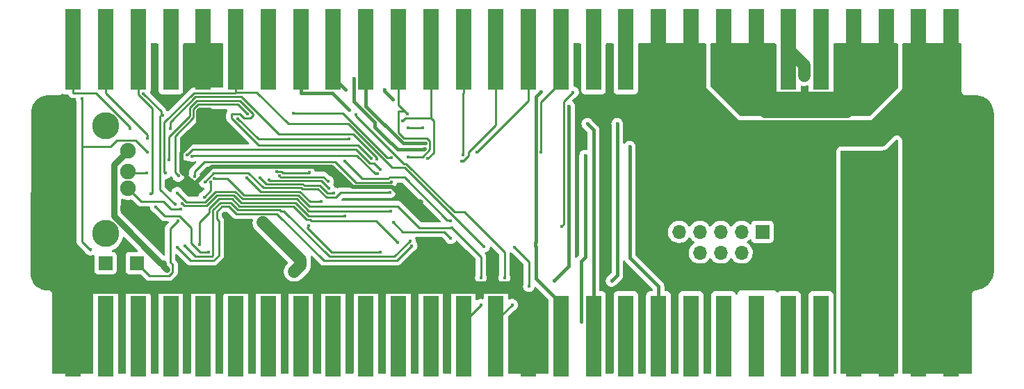
<source format=gbr>
G04 #@! TF.GenerationSoftware,KiCad,Pcbnew,(6.0.6-0)*
G04 #@! TF.CreationDate,2022-11-15T04:41:16+09:00*
G04 #@! TF.ProjectId,MahJamma,4d61684a-616d-46d6-912e-6b696361645f,rev?*
G04 #@! TF.SameCoordinates,Original*
G04 #@! TF.FileFunction,Copper,L2,Bot*
G04 #@! TF.FilePolarity,Positive*
%FSLAX46Y46*%
G04 Gerber Fmt 4.6, Leading zero omitted, Abs format (unit mm)*
G04 Created by KiCad (PCBNEW (6.0.6-0)) date 2022-11-15 04:41:16*
%MOMM*%
%LPD*%
G01*
G04 APERTURE LIST*
G04 #@! TA.AperFunction,SMDPad,CuDef*
%ADD10R,1.980000X9.900000*%
G04 #@! TD*
G04 #@! TA.AperFunction,ComponentPad*
%ADD11R,1.700000X1.700000*%
G04 #@! TD*
G04 #@! TA.AperFunction,ComponentPad*
%ADD12O,1.700000X1.700000*%
G04 #@! TD*
G04 #@! TA.AperFunction,ComponentPad*
%ADD13C,1.900000*%
G04 #@! TD*
G04 #@! TA.AperFunction,ComponentPad*
%ADD14C,3.300000*%
G04 #@! TD*
G04 #@! TA.AperFunction,ViaPad*
%ADD15C,0.400000*%
G04 #@! TD*
G04 #@! TA.AperFunction,Conductor*
%ADD16C,0.250000*%
G04 #@! TD*
G04 #@! TA.AperFunction,Conductor*
%ADD17C,1.500000*%
G04 #@! TD*
G04 #@! TA.AperFunction,Conductor*
%ADD18C,0.500000*%
G04 #@! TD*
G04 #@! TA.AperFunction,Conductor*
%ADD19C,0.750000*%
G04 #@! TD*
G04 #@! TA.AperFunction,Conductor*
%ADD20C,0.400000*%
G04 #@! TD*
G04 #@! TA.AperFunction,Conductor*
%ADD21C,0.300000*%
G04 #@! TD*
G04 APERTURE END LIST*
D10*
X101480000Y-51435000D03*
X105440000Y-51435000D03*
X109400000Y-51435000D03*
X113360000Y-51435000D03*
X117320000Y-51435000D03*
X121280000Y-51435000D03*
X125240000Y-51435000D03*
X129200000Y-51435000D03*
X133160000Y-51435000D03*
X137120000Y-51435000D03*
X141080000Y-51435000D03*
X145040000Y-51435000D03*
X149000000Y-51435000D03*
X152960000Y-51435000D03*
X156920000Y-51435000D03*
X160880000Y-51435000D03*
X164840000Y-51435000D03*
X168800000Y-51435000D03*
X172760000Y-51435000D03*
X176720000Y-51435000D03*
X180680000Y-51435000D03*
X184640000Y-51435000D03*
X188600000Y-51435000D03*
X192560000Y-51435000D03*
X196520000Y-51435000D03*
X200480000Y-51435000D03*
X204440000Y-51435000D03*
X208400000Y-51435000D03*
D11*
X185415000Y-73655000D03*
D12*
X185415000Y-76195000D03*
X182875000Y-73655000D03*
X182875000Y-76195000D03*
X180335000Y-73655000D03*
X180335000Y-76195000D03*
X177795000Y-73655000D03*
X177795000Y-76195000D03*
X175255000Y-73655000D03*
X175255000Y-76195000D03*
D11*
X105410000Y-77470000D03*
D12*
X105410000Y-80010000D03*
D11*
X109220000Y-77470000D03*
D12*
X109220000Y-80010000D03*
D13*
X108120000Y-63810000D03*
X108120000Y-66310000D03*
X108120000Y-68310000D03*
X108120000Y-70810000D03*
D14*
X105410000Y-60740000D03*
X105410000Y-73880000D03*
D10*
X208400000Y-86360000D03*
X204440000Y-86360000D03*
X200480000Y-86360000D03*
X196520000Y-86360000D03*
X192560000Y-86360000D03*
X188600000Y-86360000D03*
X184640000Y-86360000D03*
X180680000Y-86360000D03*
X176720000Y-86360000D03*
X172760000Y-86360000D03*
X168800000Y-86360000D03*
X164840000Y-86360000D03*
X160880000Y-86360000D03*
X156920000Y-86360000D03*
X152960000Y-86360000D03*
X149000000Y-86360000D03*
X145040000Y-86360000D03*
X141080000Y-86360000D03*
X137120000Y-86360000D03*
X133160000Y-86360000D03*
X129200000Y-86360000D03*
X125240000Y-86360000D03*
X121280000Y-86360000D03*
X117320000Y-86360000D03*
X113360000Y-86360000D03*
X109400000Y-86360000D03*
X105440000Y-86360000D03*
X101480000Y-86360000D03*
D15*
X124206000Y-72898000D03*
X124587000Y-72517000D03*
X129032000Y-77851000D03*
X128397000Y-78486000D03*
X131699000Y-69977000D03*
X126603265Y-66842741D03*
X125295034Y-67321991D03*
X132578223Y-68335777D03*
X132504601Y-67520399D03*
X103541000Y-75819000D03*
X112899060Y-78235940D03*
X112475000Y-77470000D03*
X116903500Y-58737500D03*
X118173500Y-58737500D03*
X151511000Y-75438000D03*
X160972500Y-72961500D03*
X147574000Y-73152000D03*
X151124200Y-79254500D03*
X156972000Y-80264000D03*
X155194000Y-75565000D03*
X116713000Y-62002500D03*
X117983000Y-62002500D03*
X142240000Y-64516000D03*
X172847000Y-62865000D03*
X138422187Y-68206813D03*
X144034110Y-60947500D03*
X142252865Y-60954703D03*
X143853000Y-70015000D03*
X143002000Y-69977000D03*
X140029155Y-68856313D03*
X134099000Y-66815000D03*
X113284000Y-61087000D03*
X126270983Y-66343750D03*
X130223695Y-66430199D03*
X122609700Y-67071900D03*
X124243500Y-67108800D03*
X133200872Y-68944500D03*
X114133400Y-68897000D03*
X140152218Y-71136500D03*
X114706824Y-70212180D03*
X134583300Y-71713001D03*
X114175700Y-75543200D03*
X142699534Y-75329934D03*
X115095700Y-75398300D03*
X142493300Y-74762500D03*
X140970000Y-74930000D03*
X116851100Y-75240500D03*
X130119918Y-72939500D03*
X138871300Y-76114200D03*
X110478000Y-63922400D03*
X113143800Y-64861700D03*
X137793800Y-64737200D03*
X102526200Y-57400100D03*
X113877000Y-70317800D03*
X110019000Y-56826000D03*
X112372600Y-59415000D03*
X128291800Y-59176600D03*
X140249018Y-64592450D03*
X108390400Y-61054000D03*
X121546171Y-59844414D03*
X135028100Y-62369500D03*
X110547000Y-62251000D03*
X138460670Y-64755500D03*
X142165600Y-59286500D03*
X144648938Y-64723120D03*
X114285500Y-66854769D03*
X122674154Y-59281600D03*
X141621500Y-60102556D03*
X148930800Y-64314200D03*
X115343988Y-64290044D03*
X138916078Y-66077520D03*
X115962299Y-64413489D03*
X138571500Y-66568100D03*
X148791800Y-65044900D03*
X140208218Y-67549500D03*
X116239488Y-66933956D03*
X150685600Y-63949501D03*
X117498851Y-67581053D03*
X158457569Y-63949502D03*
X140466100Y-72521200D03*
X147460859Y-74429042D03*
X134582000Y-65044800D03*
X147394872Y-72317628D03*
X111529600Y-70605200D03*
X117945858Y-76131900D03*
X110910300Y-69061700D03*
X110408900Y-66477600D03*
X114618259Y-70865372D03*
X160036352Y-79635500D03*
X161855400Y-58371500D03*
X163346600Y-84627500D03*
X163830900Y-64353200D03*
X144278171Y-63514073D03*
X135658100Y-55002500D03*
X192405000Y-83185000D03*
X188600000Y-85720000D03*
X188600000Y-84450000D03*
X188600000Y-83180000D03*
X190500000Y-54610000D03*
X190500000Y-53340000D03*
X188600000Y-55240000D03*
X188600000Y-53970000D03*
X164091277Y-60497999D03*
X135044400Y-58756600D03*
X158401100Y-56594500D03*
X134668100Y-56291000D03*
X118259235Y-67562426D03*
X117423563Y-69415346D03*
X114238000Y-72321800D03*
X154940000Y-82550000D03*
X153992000Y-79254500D03*
X135943000Y-59388300D03*
X112706900Y-66518100D03*
X151130000Y-82550000D03*
X162356600Y-56634200D03*
X118683147Y-67138513D03*
X169243902Y-63278212D03*
X144382500Y-62881500D03*
X167048953Y-79635500D03*
X167738800Y-60497999D03*
X140417200Y-57478500D03*
X139419500Y-56291000D03*
X117320000Y-51435000D03*
X101822000Y-82137500D03*
X101480000Y-86360000D03*
X117320000Y-54130000D03*
X204470000Y-86360000D03*
X208400000Y-86360000D03*
X208280000Y-51435000D03*
X204470000Y-51435000D03*
X176530000Y-51435000D03*
X172760000Y-51435000D03*
X196520000Y-86360000D03*
X200480000Y-86360000D03*
X200480000Y-51435000D03*
X196850000Y-51435000D03*
X184640000Y-51435000D03*
X180680000Y-51435000D03*
D16*
X138871300Y-76114200D02*
X132946300Y-76114200D01*
X130001900Y-73169800D02*
X130001900Y-73057518D01*
X130001900Y-73057518D02*
X130119918Y-72939500D01*
X132946300Y-76114200D02*
X130001900Y-73169800D01*
X128280159Y-70543497D02*
X129902662Y-72166000D01*
X118041497Y-70810549D02*
X119197549Y-69654497D01*
X129902662Y-72166000D02*
X130337174Y-72166000D01*
X138365499Y-72325499D02*
X140970000Y-74930000D01*
X116851100Y-75240500D02*
X116851100Y-72508946D01*
X119197549Y-69654497D02*
X120832451Y-69654497D01*
X130337174Y-72166000D02*
X130496673Y-72325499D01*
X121721451Y-70543497D02*
X128280159Y-70543497D01*
X116851100Y-72508946D02*
X118041497Y-71318549D01*
X120832451Y-69654497D02*
X121721451Y-70543497D01*
X130496673Y-72325499D02*
X138365499Y-72325499D01*
X118041497Y-71318549D02*
X118041497Y-70810549D01*
D17*
X128397000Y-78486000D02*
X129159000Y-77724000D01*
X129159000Y-77724000D02*
X129159000Y-77089000D01*
X129159000Y-77089000D02*
X124587000Y-72517000D01*
D16*
X128884018Y-69194994D02*
X122280018Y-69194994D01*
X125370033Y-67396990D02*
X125295034Y-67321991D01*
X132334000Y-69469000D02*
X133477000Y-69469000D01*
X129573587Y-67977493D02*
X131478183Y-67977493D01*
X130130645Y-71713001D02*
X128511640Y-70093996D01*
X130189834Y-71136500D02*
X128697829Y-69644495D01*
X133477000Y-69469000D02*
X134089687Y-68856313D01*
X121204829Y-68755495D02*
X118825171Y-68755495D01*
X117737358Y-70478998D02*
X114973642Y-70478998D01*
X129256396Y-68295992D02*
X129387398Y-68426994D01*
X131646646Y-67404200D02*
X129635984Y-67404200D01*
X131981874Y-77122300D02*
X140907168Y-77122300D01*
X140907168Y-77122300D02*
X142699534Y-75329934D01*
X129070207Y-68745493D02*
X130301714Y-69977000D01*
X147574000Y-73152000D02*
X143637000Y-73152000D01*
X118825171Y-68755495D02*
X117551169Y-70029497D01*
X120223537Y-67138513D02*
X118683147Y-67138513D01*
X122280018Y-69194994D02*
X120223537Y-67138513D01*
X122093829Y-69644495D02*
X121204829Y-68755495D01*
X129814963Y-66947489D02*
X129822173Y-66954699D01*
X128697829Y-69644495D02*
X122093829Y-69644495D01*
X115265897Y-70029497D02*
X114133400Y-68897000D01*
X117551169Y-70029497D02*
X115265897Y-70029497D01*
X140152218Y-71136500D02*
X130189834Y-71136500D01*
X129635984Y-67404200D02*
X129628774Y-67396990D01*
X122823701Y-66487501D02*
X124632192Y-68295992D01*
X130214714Y-70525690D02*
X128884018Y-69194994D01*
X118592403Y-66487501D02*
X122823701Y-66487501D01*
X131478183Y-67977493D02*
X132445190Y-68944500D01*
X130301714Y-69977000D02*
X131699000Y-69977000D01*
X132578223Y-68335777D02*
X131646646Y-67404200D01*
X124283293Y-68745493D02*
X129070207Y-68745493D01*
X122609700Y-67071900D02*
X124283293Y-68745493D01*
X124981191Y-67846491D02*
X129442585Y-67846491D01*
X134089687Y-68856313D02*
X140029155Y-68856313D01*
X124632192Y-68295992D02*
X129256396Y-68295992D01*
X132445190Y-68944500D02*
X133200872Y-68944500D01*
X129442585Y-67846491D02*
X129573587Y-67977493D01*
X121018640Y-69204996D02*
X119011360Y-69204996D01*
X119011360Y-69204996D02*
X117737358Y-70478998D01*
X124243500Y-67108800D02*
X124981191Y-67846491D01*
X131291994Y-68426994D02*
X132334000Y-69469000D01*
X129822173Y-66954699D02*
X131938901Y-66954699D01*
X117498851Y-67581053D02*
X118592403Y-66487501D01*
X141010690Y-70525690D02*
X130214714Y-70525690D01*
X129387398Y-68426994D02*
X131291994Y-68426994D01*
X114973642Y-70478998D02*
X114706824Y-70212180D01*
X128511640Y-70093996D02*
X121907640Y-70093996D01*
X143637000Y-73152000D02*
X141010690Y-70525690D01*
X126742262Y-71119998D02*
X126615262Y-70992998D01*
X121349073Y-71442499D02*
X126302073Y-71442499D01*
X114175700Y-75543200D02*
X115754800Y-77122300D01*
X118490998Y-76584738D02*
X118419336Y-76656400D01*
X118589126Y-77122300D02*
X119194499Y-76516927D01*
D17*
X127185000Y-80460000D02*
X123767000Y-80460000D01*
D16*
X121907640Y-70093996D02*
X121018640Y-69204996D01*
X119194499Y-76516927D02*
X119194499Y-72327073D01*
X119194499Y-72327073D02*
X118940499Y-72073073D01*
X118940499Y-72073073D02*
X118940499Y-71182927D01*
X134583300Y-71713001D02*
X130130645Y-71713001D01*
X118940499Y-71182927D02*
X119569927Y-70553499D01*
X126302073Y-71442499D02*
X131981874Y-77122300D01*
X119569927Y-70553499D02*
X120460073Y-70553499D01*
X131938901Y-66954699D02*
X132504601Y-67520399D01*
X142493300Y-74762500D02*
X140602062Y-76653738D01*
X129628774Y-67396990D02*
X125370033Y-67396990D01*
X140602062Y-76653738D02*
X132657002Y-76653738D01*
X132657002Y-76653738D02*
X127123262Y-71119998D01*
X119383738Y-70103998D02*
X118490998Y-70996738D01*
X120646262Y-70103998D02*
X119383738Y-70103998D01*
X121535262Y-70992998D02*
X120646262Y-70103998D01*
X126603265Y-66842741D02*
X126708013Y-66947489D01*
X116353800Y-76656400D02*
X115095700Y-75398300D01*
X115754800Y-77122300D02*
X118589126Y-77122300D01*
X126615262Y-70992998D02*
X121535262Y-70992998D01*
D17*
X154900000Y-80460000D02*
X127185000Y-80460000D01*
D16*
X120460073Y-70553499D02*
X121349073Y-71442499D01*
X126708013Y-66947489D02*
X129814963Y-66947489D01*
X127123262Y-71119998D02*
X126742262Y-71119998D01*
X118419336Y-76656400D02*
X116353800Y-76656400D01*
X118490998Y-70996738D02*
X118490998Y-76584738D01*
X112654200Y-71729800D02*
X114406400Y-71729800D01*
X115817998Y-73141398D02*
X115817998Y-75010598D01*
D17*
X123767000Y-80460000D02*
X103500000Y-80460000D01*
D16*
X111529600Y-70605200D02*
X112654200Y-71729800D01*
X114406400Y-71729800D02*
X115817998Y-73141398D01*
X115817998Y-75010598D02*
X116939300Y-76131900D01*
X116939300Y-76131900D02*
X117945858Y-76131900D01*
X118259235Y-68579674D02*
X117423563Y-69415346D01*
X118259235Y-67562426D02*
X118259235Y-68579674D01*
X108120000Y-68310000D02*
X109742000Y-69932000D01*
X114599087Y-70846200D02*
X114618259Y-70865372D01*
X113366400Y-70846200D02*
X114599087Y-70846200D01*
X109742000Y-69932000D02*
X112452200Y-69932000D01*
X112452200Y-69932000D02*
X113366400Y-70846200D01*
X126386009Y-66318241D02*
X126820521Y-66318241D01*
D18*
X134099000Y-66815000D02*
X132978250Y-65694250D01*
D16*
X126981272Y-66478992D02*
X130174902Y-66478992D01*
D18*
X116408533Y-67691000D02*
X116078000Y-67691000D01*
X114681000Y-66294000D02*
X114681000Y-64034500D01*
X114681000Y-64034500D02*
X116713000Y-62002500D01*
X116078000Y-67691000D02*
X114681000Y-66294000D01*
X118405283Y-65694250D02*
X116408533Y-67691000D01*
D16*
X126317305Y-66343750D02*
X126338902Y-66365347D01*
X126338902Y-66365347D02*
X126386009Y-66318241D01*
D18*
X132978250Y-65694250D02*
X118405283Y-65694250D01*
D16*
X130174902Y-66478992D02*
X130223695Y-66430199D01*
X126820521Y-66318241D02*
X126981272Y-66478992D01*
X126270983Y-66343750D02*
X126317305Y-66343750D01*
X108390400Y-61054000D02*
X108390400Y-60887300D01*
X108390400Y-60887300D02*
X104213400Y-56710300D01*
X109050300Y-62494700D02*
X106796300Y-62494700D01*
X102526200Y-74840200D02*
X102526200Y-63283200D01*
X106007800Y-63283200D02*
X102526200Y-63283200D01*
X102526200Y-63283200D02*
X102526200Y-62827800D01*
X106796300Y-62494700D02*
X106007800Y-63283200D01*
X102526200Y-62827800D02*
X102526200Y-60489200D01*
X103541000Y-75855000D02*
X102526200Y-74840200D01*
X102526200Y-60489200D02*
X102526200Y-57400100D01*
X109220000Y-77470000D02*
X110744000Y-78994000D01*
X113601500Y-78549500D02*
X113601500Y-77660500D01*
X110744000Y-78994000D02*
X113157000Y-78994000D01*
X113601500Y-77660500D02*
X113284000Y-77343000D01*
X113157000Y-78994000D02*
X113601500Y-78549500D01*
D19*
X112475000Y-77470000D02*
X112475000Y-77811880D01*
X112475000Y-77811880D02*
X112899060Y-78235940D01*
D16*
X114238000Y-72321800D02*
X113284000Y-73275800D01*
X113284000Y-73275800D02*
X113284000Y-77343000D01*
D19*
X108120000Y-63810000D02*
X106426000Y-65504000D01*
X106426000Y-71749374D02*
X112146626Y-77470000D01*
X106426000Y-65504000D02*
X106426000Y-71749374D01*
X112146626Y-77470000D02*
X112475000Y-77470000D01*
D16*
X116033788Y-64342000D02*
X115962299Y-64413489D01*
X136018800Y-64342000D02*
X116033788Y-64342000D01*
X138571500Y-66568100D02*
X138244900Y-66568100D01*
X138244900Y-66568100D02*
X136018800Y-64342000D01*
X137576200Y-65262500D02*
X135945761Y-63632061D01*
X135945761Y-63632061D02*
X116001971Y-63632061D01*
X116001971Y-63632061D02*
X115343988Y-64290044D01*
X138916078Y-66077520D02*
X138101058Y-65262500D01*
X138101058Y-65262500D02*
X137576200Y-65262500D01*
D18*
X118173500Y-58737500D02*
X118364000Y-58928000D01*
X118364000Y-58928000D02*
X118364000Y-61621500D01*
X118364000Y-61621500D02*
X117983000Y-62002500D01*
X117221000Y-60198000D02*
X117221000Y-59182000D01*
X116903500Y-58737500D02*
X116903500Y-59880500D01*
X116903500Y-59880500D02*
X117221000Y-60198000D01*
X117411500Y-58737500D02*
X117665500Y-58737500D01*
X117411500Y-58737500D02*
X117411500Y-60007500D01*
X116903500Y-58737500D02*
X117411500Y-58737500D01*
X117411500Y-60007500D02*
X117221000Y-60198000D01*
X117983000Y-62002500D02*
X117983000Y-60198000D01*
X116903500Y-58737500D02*
X116903500Y-59499500D01*
X117284500Y-59499500D02*
X116903500Y-59499500D01*
X116903500Y-59499500D02*
X116903500Y-61404500D01*
X117983000Y-60198000D02*
X117284500Y-59499500D01*
X116713000Y-62002500D02*
X116713000Y-59690000D01*
X116903500Y-61404500D02*
X117221000Y-61722000D01*
X117221000Y-61722000D02*
X117501500Y-62002500D01*
X116713000Y-59690000D02*
X117221000Y-60198000D01*
X117221000Y-60198000D02*
X117221000Y-61722000D01*
X117665500Y-58737500D02*
X118173500Y-58737500D01*
X116713000Y-62002500D02*
X117501500Y-62002500D01*
X117501500Y-62002500D02*
X117983000Y-62002500D01*
X117665500Y-61838500D02*
X117501500Y-62002500D01*
X117665500Y-58737500D02*
X117665500Y-61838500D01*
D16*
X116211162Y-56710300D02*
X121210600Y-56710300D01*
X138460670Y-64590570D02*
X138460670Y-64755500D01*
X116138499Y-59699401D02*
X113860300Y-61977600D01*
X126478900Y-61708900D02*
X135579000Y-61708900D01*
X113143800Y-62057200D02*
X115688998Y-59512002D01*
X123057500Y-59806100D02*
X122249613Y-59806100D01*
X135579000Y-61708900D02*
X138460670Y-64590570D01*
X121210600Y-56710300D02*
X121280000Y-56640900D01*
X116356655Y-57200497D02*
X121970497Y-57200497D01*
X116542844Y-57649998D02*
X121784308Y-57649998D01*
X112706900Y-66518100D02*
X112580499Y-66391699D01*
X113284000Y-60273152D02*
X116356655Y-57200497D01*
X136165400Y-63108800D02*
X137793800Y-64737200D01*
X120752708Y-59333292D02*
X120752708Y-59792708D01*
X113284000Y-61087000D02*
X113284000Y-60273152D01*
X113860300Y-66429569D02*
X114285500Y-66854769D01*
X120766086Y-59319914D02*
X120752708Y-59333292D01*
X121763427Y-59319914D02*
X120766086Y-59319914D01*
X122249613Y-59806100D02*
X121763427Y-59319914D01*
X115688999Y-58503845D02*
X116542844Y-57649998D01*
X112580499Y-66391699D02*
X112580499Y-60340963D01*
X116138499Y-58690034D02*
X116138499Y-59699401D01*
X123404900Y-59270590D02*
X123404900Y-59458700D01*
X121970497Y-57200497D02*
X126478900Y-61708900D01*
X120752708Y-59792708D02*
X124068800Y-63108800D01*
X116729033Y-58099499D02*
X116138499Y-58690034D01*
X113860300Y-61977600D02*
X113860300Y-66429569D01*
X121492053Y-58099499D02*
X116729033Y-58099499D01*
X115688998Y-59512002D02*
X115688999Y-58503845D01*
X121784308Y-57649998D02*
X123404900Y-59270590D01*
D18*
X116713000Y-62002500D02*
X116713000Y-58928000D01*
D16*
X122674154Y-59281600D02*
X121492053Y-58099499D01*
X112580499Y-60340963D02*
X116211162Y-56710300D01*
X123404900Y-59458700D02*
X123057500Y-59806100D01*
X113143800Y-64861700D02*
X113143800Y-62057200D01*
X124068800Y-63108800D02*
X136165400Y-63108800D01*
D18*
X116713000Y-58928000D02*
X116903500Y-58737500D01*
X117983000Y-58928000D02*
X118173500Y-58737500D01*
X117983000Y-62002500D02*
X117983000Y-58928000D01*
D16*
X149096789Y-71245099D02*
X153992000Y-76140310D01*
X142047689Y-65338999D02*
X147953789Y-71245099D01*
X141747665Y-65338999D02*
X142047689Y-65338999D01*
X153992000Y-76140310D02*
X153992000Y-79254500D01*
X135943000Y-59388300D02*
X135943000Y-59534334D01*
X139887601Y-67128361D02*
X139990962Y-67025000D01*
X147953789Y-71245099D02*
X149096789Y-71245099D01*
X141827310Y-67025000D02*
X147006811Y-72204501D01*
X139990962Y-67025000D02*
X141827310Y-67025000D01*
X136665561Y-67128361D02*
X139887601Y-67128361D01*
X147281745Y-72204501D02*
X147394872Y-72317628D01*
X140295500Y-65788500D02*
X141861500Y-65788500D01*
X134582000Y-65044800D02*
X136665561Y-67128361D01*
X135943000Y-59534334D02*
X141747665Y-65338999D01*
X147006811Y-72204501D02*
X147281745Y-72204501D01*
X141861500Y-65788500D02*
X151511000Y-75438000D01*
X147574000Y-73152000D02*
X151124200Y-76702200D01*
X151124200Y-76702200D02*
X151124200Y-79254500D01*
X141587100Y-73642200D02*
X146674017Y-73642200D01*
X146674017Y-73642200D02*
X147460859Y-74429042D01*
X140466100Y-72521200D02*
X141587100Y-73642200D01*
X127694800Y-60487600D02*
X134994600Y-60487600D01*
X134994600Y-60487600D02*
X140295500Y-65788500D01*
X123848100Y-56640900D02*
X127694800Y-60487600D01*
X121280000Y-56640900D02*
X123848100Y-56640900D01*
X162356600Y-56634200D02*
X161247900Y-57742900D01*
X161247900Y-72686100D02*
X160972500Y-72961500D01*
X161247900Y-57742900D02*
X161247900Y-72686100D01*
X155194000Y-75565000D02*
X156972000Y-77343000D01*
X156972000Y-77343000D02*
X156972000Y-80264000D01*
D20*
X167738800Y-60497999D02*
X167738800Y-78945653D01*
X157788424Y-74911410D02*
X157788424Y-75408054D01*
X160880000Y-82400000D02*
X160880000Y-86360000D01*
X157813865Y-75462167D02*
X157850053Y-75498355D01*
X157850053Y-75498355D02*
X157850053Y-79370053D01*
X158401100Y-56594500D02*
X157850053Y-57145547D01*
X157813865Y-75433495D02*
X157813865Y-75462167D01*
X157850053Y-79370053D02*
X160880000Y-82400000D01*
X157850053Y-57145547D02*
X157850053Y-74849781D01*
X167738800Y-78945653D02*
X167048953Y-79635500D01*
X157788424Y-75408054D02*
X157813865Y-75433495D01*
X157850053Y-74849781D02*
X157788424Y-74911410D01*
X161855400Y-58371500D02*
X161855400Y-77816452D01*
X161855400Y-77816452D02*
X160036352Y-79635500D01*
D16*
X140208218Y-67549500D02*
X140133219Y-67624499D01*
X135948099Y-67624499D02*
X133408099Y-65084499D01*
X140133219Y-67624499D02*
X135948099Y-67624499D01*
X117491034Y-65084499D02*
X116239488Y-66336045D01*
X116239488Y-66336045D02*
X116239488Y-66933956D01*
X133408099Y-65084499D02*
X117491034Y-65084499D01*
X135010900Y-62352300D02*
X124027301Y-62352300D01*
X135028100Y-62369500D02*
X135010900Y-62352300D01*
X124027301Y-62352300D02*
X121546171Y-59871170D01*
X121546171Y-59871170D02*
X121546171Y-59844414D01*
D20*
X140250424Y-62846002D02*
X140996222Y-63591800D01*
X138194999Y-60917577D02*
X140123423Y-62846001D01*
X138194999Y-60282577D02*
X138194999Y-60917577D01*
X135658100Y-57745678D02*
X138194999Y-60282577D01*
X135658100Y-55002500D02*
X135658100Y-57745678D01*
X140123423Y-62846001D02*
X140250424Y-62846002D01*
D16*
X142165600Y-59286500D02*
X141807100Y-58928000D01*
X144907000Y-63627000D02*
X144018000Y-64516000D01*
X141807100Y-58928000D02*
X141097000Y-58928000D01*
X145040000Y-59811000D02*
X145356501Y-60127501D01*
X142260068Y-60947500D02*
X142252865Y-60954703D01*
X144018000Y-64516000D02*
X142240000Y-64516000D01*
X144907000Y-62611000D02*
X144907000Y-63627000D01*
X145040000Y-59811000D02*
X141913056Y-59811000D01*
D20*
X141641744Y-62881500D02*
X144382500Y-62881500D01*
D16*
X141913056Y-59811000D02*
X141621500Y-60102556D01*
X144034110Y-60947500D02*
X142260068Y-60947500D01*
D20*
X144200444Y-63591800D02*
X144278171Y-63514073D01*
X140996222Y-63591800D02*
X144200444Y-63591800D01*
D16*
X145356501Y-60127501D02*
X145356501Y-64015557D01*
X141732000Y-62230000D02*
X144526000Y-62230000D01*
D20*
X137120000Y-51435000D02*
X137120000Y-58359756D01*
X137120000Y-58359756D02*
X141641744Y-62881500D01*
D16*
X145356501Y-64015557D02*
X144648938Y-64723120D01*
X141097000Y-58928000D02*
X141097000Y-61595000D01*
X141097000Y-61595000D02*
X141732000Y-62230000D01*
X144526000Y-62230000D02*
X144907000Y-62611000D01*
X156920000Y-51435000D02*
X156920000Y-57715101D01*
X156920000Y-57715101D02*
X150685600Y-63949501D01*
D20*
X164840000Y-61246722D02*
X164091277Y-60497999D01*
D16*
X160880000Y-55395000D02*
X158457569Y-57817431D01*
X158457569Y-57817431D02*
X158457569Y-63949502D01*
D20*
X172760000Y-86360000D02*
X172760000Y-80297300D01*
X169243902Y-76781202D02*
X169243902Y-63278212D01*
X164840000Y-86360000D02*
X164840000Y-61246722D01*
D16*
X160880000Y-51435000D02*
X160880000Y-55395000D01*
D20*
X172760000Y-80297300D02*
X169243902Y-76781202D01*
D17*
X172760000Y-62190000D02*
X172760000Y-51435000D01*
D16*
X128291800Y-59176600D02*
X134320500Y-59176600D01*
X134320500Y-59176600D02*
X139736350Y-64592450D01*
X139736350Y-64592450D02*
X140249018Y-64592450D01*
D18*
X138422187Y-68206813D02*
X140298187Y-68206813D01*
X140298187Y-68206813D02*
X142068374Y-69977000D01*
X134099000Y-66815000D02*
X135490813Y-68206813D01*
X135490813Y-68206813D02*
X138422187Y-68206813D01*
X142068374Y-69977000D02*
X143002000Y-69977000D01*
D16*
X145040000Y-51435000D02*
X145040000Y-59811000D01*
X141080000Y-58200900D02*
X142165600Y-59286500D01*
X141080000Y-51435000D02*
X141080000Y-58200900D01*
D18*
X143002000Y-69977000D02*
X143815000Y-69977000D01*
X143815000Y-69977000D02*
X143853000Y-70015000D01*
D17*
X175255000Y-76195000D02*
X174052919Y-76195000D01*
X172760000Y-74902081D02*
X172760000Y-62190000D01*
X174052919Y-76195000D02*
X172760000Y-74902081D01*
X185415000Y-76195000D02*
X185415000Y-77397081D01*
X175255000Y-76957000D02*
X175255000Y-76195000D01*
X185415000Y-77397081D02*
X184580081Y-78232000D01*
X184580081Y-78232000D02*
X176530000Y-78232000D01*
X176530000Y-78232000D02*
X175255000Y-76957000D01*
X208400000Y-51435000D02*
X208400000Y-53982000D01*
X179451000Y-62484000D02*
X172760000Y-55793000D01*
X208400000Y-53982000D02*
X199898000Y-62484000D01*
X199898000Y-62484000D02*
X179451000Y-62484000D01*
X172760000Y-55793000D02*
X172760000Y-51435000D01*
X176720000Y-51435000D02*
X176720000Y-56451000D01*
X176720000Y-56451000D02*
X181102000Y-60833000D01*
X181102000Y-60833000D02*
X199002000Y-60833000D01*
X199002000Y-60833000D02*
X204440000Y-55395000D01*
X200480000Y-51435000D02*
X200480000Y-54282000D01*
X200480000Y-54282000D02*
X195707000Y-59055000D01*
X195707000Y-59055000D02*
X185801000Y-59055000D01*
X185801000Y-59055000D02*
X180680000Y-53934000D01*
X180680000Y-53934000D02*
X180680000Y-51435000D01*
X176720000Y-55395000D02*
X176720000Y-51435000D01*
X204440000Y-51435000D02*
X204440000Y-55395000D01*
X186580000Y-57335000D02*
X195014000Y-57335000D01*
X184640000Y-51435000D02*
X184640000Y-55395000D01*
X184640000Y-55395000D02*
X186580000Y-57335000D01*
X195014000Y-57335000D02*
X196520000Y-55829000D01*
X196520000Y-55829000D02*
X196520000Y-51435000D01*
D16*
X109050300Y-62494700D02*
X110478000Y-63922400D01*
X112164300Y-59415000D02*
X112372600Y-59415000D01*
X112164300Y-58971300D02*
X112164300Y-59415000D01*
X110019000Y-56826000D02*
X112164300Y-58971300D01*
X112033800Y-68474600D02*
X113877000Y-70317800D01*
X112033800Y-59545500D02*
X112033800Y-68474600D01*
X112164300Y-59415000D02*
X112033800Y-59545500D01*
X104213400Y-56710300D02*
X101480000Y-56710300D01*
X101480000Y-51435000D02*
X101480000Y-56710300D01*
X110547000Y-61817300D02*
X105440000Y-56710300D01*
X110547000Y-62251000D02*
X110547000Y-61817300D01*
X105440000Y-51435000D02*
X105440000Y-56710300D01*
X149000000Y-51435000D02*
X149000000Y-56710300D01*
X148930800Y-56779500D02*
X148930800Y-64314200D01*
X149000000Y-56710300D02*
X148930800Y-56779500D01*
X152960000Y-60657100D02*
X152960000Y-51435000D01*
X149648900Y-63968200D02*
X152960000Y-60657100D01*
X149648900Y-64339200D02*
X149648900Y-63968200D01*
X148943200Y-65044900D02*
X149648900Y-64339200D01*
X148791800Y-65044900D02*
X148943200Y-65044900D01*
X109400000Y-51435000D02*
X109400000Y-56710300D01*
X109400000Y-56949900D02*
X109400000Y-56710300D01*
X111072300Y-58622200D02*
X109400000Y-56949900D01*
X111072300Y-68899700D02*
X111072300Y-58622200D01*
X110910300Y-69061700D02*
X111072300Y-68899700D01*
X108287600Y-66477600D02*
X108120000Y-66310000D01*
X110408900Y-66477600D02*
X108287600Y-66477600D01*
D20*
X163830900Y-76740500D02*
X163830900Y-64353200D01*
X163346600Y-77224800D02*
X163830900Y-76740500D01*
X163346600Y-84627500D02*
X163346600Y-77224800D01*
D21*
X192560000Y-83340000D02*
X192560000Y-86360000D01*
X192405000Y-83185000D02*
X192560000Y-83340000D01*
D17*
X190500000Y-53340000D02*
X190500000Y-54610000D01*
X188600000Y-51440000D02*
X190500000Y-53340000D01*
X188600000Y-51435000D02*
X188600000Y-51440000D01*
D21*
X188600000Y-85720000D02*
X188600000Y-86360000D01*
D20*
X129200000Y-51435000D02*
X129200000Y-56785300D01*
X133073100Y-56785300D02*
X129200000Y-56785300D01*
X135044400Y-58756600D02*
X133073100Y-56785300D01*
X133160000Y-54782900D02*
X133160000Y-51435000D01*
X134668100Y-56291000D02*
X133160000Y-54782900D01*
D16*
X152960000Y-84530000D02*
X154940000Y-82550000D01*
X152960000Y-86360000D02*
X152960000Y-84530000D01*
X121280000Y-51435000D02*
X121280000Y-56640900D01*
X149000000Y-84680000D02*
X151130000Y-82550000D01*
X149000000Y-86360000D02*
X149000000Y-84680000D01*
D20*
X139419500Y-56480800D02*
X139419500Y-56291000D01*
X140417200Y-57478500D02*
X139419500Y-56480800D01*
D17*
X103500000Y-80460000D02*
X101822000Y-82137500D01*
X156920000Y-82480000D02*
X154900000Y-80460000D01*
X101480000Y-82480000D02*
X101480000Y-86360000D01*
X101822000Y-82137500D02*
X101480000Y-82480000D01*
X208400000Y-86360000D02*
X204440000Y-86360000D01*
X208400000Y-51435000D02*
X204440000Y-51435000D01*
X204440000Y-86360000D02*
X204440000Y-59720000D01*
X208400000Y-51435000D02*
X208400000Y-55760000D01*
X172760000Y-51435000D02*
X176720000Y-51435000D01*
X208400000Y-51435000D02*
X208400000Y-55760000D01*
X208400000Y-55760000D02*
X208400000Y-86360000D01*
X204440000Y-59720000D02*
X204440000Y-51435000D01*
X200480000Y-86360000D02*
X196520000Y-86360000D01*
X184640000Y-51435000D02*
X180680000Y-51435000D01*
X200480000Y-51435000D02*
X196520000Y-51435000D01*
G04 #@! TA.AperFunction,Conductor*
G36*
X187043621Y-50693502D02*
G01*
X187090114Y-50747158D01*
X187101500Y-50799500D01*
X187101500Y-56433134D01*
X187108255Y-56495316D01*
X187159385Y-56631705D01*
X187246739Y-56748261D01*
X187363295Y-56835615D01*
X187499684Y-56886745D01*
X187561866Y-56893500D01*
X189638134Y-56893500D01*
X189700316Y-56886745D01*
X189836705Y-56835615D01*
X189953261Y-56748261D01*
X190040615Y-56631705D01*
X190091745Y-56495316D01*
X190098500Y-56433134D01*
X190098500Y-55967787D01*
X190118502Y-55899666D01*
X190172158Y-55853173D01*
X190242432Y-55843069D01*
X190253914Y-55845268D01*
X190309954Y-55858722D01*
X190315411Y-55860032D01*
X190399475Y-55864879D01*
X190534083Y-55872640D01*
X190534086Y-55872640D01*
X190539690Y-55872963D01*
X190762715Y-55845975D01*
X190886297Y-55807956D01*
X190898451Y-55804217D01*
X190969442Y-55803305D01*
X191029656Y-55840917D01*
X191059977Y-55905114D01*
X191061500Y-55924647D01*
X191061500Y-56433134D01*
X191068255Y-56495316D01*
X191119385Y-56631705D01*
X191206739Y-56748261D01*
X191323295Y-56835615D01*
X191459684Y-56886745D01*
X191521866Y-56893500D01*
X193598134Y-56893500D01*
X193660316Y-56886745D01*
X193796705Y-56835615D01*
X193913261Y-56748261D01*
X194000615Y-56631705D01*
X194051745Y-56495316D01*
X194058500Y-56433134D01*
X194058500Y-50799500D01*
X194078502Y-50731379D01*
X194132158Y-50684886D01*
X194184500Y-50673500D01*
X194945000Y-50673500D01*
X194945000Y-59574500D01*
X182816690Y-59574500D01*
X182748569Y-59554498D01*
X182727595Y-59537595D01*
X179106905Y-55916905D01*
X179072879Y-55854593D01*
X179070000Y-55827810D01*
X179070000Y-50799500D01*
X179090002Y-50731379D01*
X179143658Y-50684886D01*
X179196000Y-50673500D01*
X186975500Y-50673500D01*
X187043621Y-50693502D01*
G37*
G04 #@! TD.AperFunction*
G04 #@! TA.AperFunction,Conductor*
G36*
X209618621Y-50693502D02*
G01*
X209665114Y-50747158D01*
X209676500Y-50799500D01*
X209676500Y-56506377D01*
X209676498Y-56507147D01*
X209676024Y-56584721D01*
X209678491Y-56593352D01*
X209684150Y-56613153D01*
X209687728Y-56629915D01*
X209691920Y-56659187D01*
X209695634Y-56667355D01*
X209695634Y-56667356D01*
X209702548Y-56682562D01*
X209708996Y-56700086D01*
X209716051Y-56724771D01*
X209720843Y-56732365D01*
X209720844Y-56732368D01*
X209731830Y-56749780D01*
X209739969Y-56764863D01*
X209752208Y-56791782D01*
X209758069Y-56798584D01*
X209768970Y-56811235D01*
X209780073Y-56826239D01*
X209793776Y-56847958D01*
X209800501Y-56853897D01*
X209800504Y-56853901D01*
X209815938Y-56867532D01*
X209827982Y-56879724D01*
X209841427Y-56895327D01*
X209841430Y-56895329D01*
X209847287Y-56902127D01*
X209854816Y-56907007D01*
X209854817Y-56907008D01*
X209868835Y-56916094D01*
X209883709Y-56927385D01*
X209896217Y-56938431D01*
X209902951Y-56944378D01*
X209929711Y-56956942D01*
X209944691Y-56965263D01*
X209961983Y-56976471D01*
X209961988Y-56976473D01*
X209969515Y-56981352D01*
X209978108Y-56983922D01*
X209978113Y-56983924D01*
X209994120Y-56988711D01*
X210011564Y-56995372D01*
X210026676Y-57002467D01*
X210026678Y-57002468D01*
X210034800Y-57006281D01*
X210043667Y-57007662D01*
X210043668Y-57007662D01*
X210053310Y-57009163D01*
X210064017Y-57010830D01*
X210080732Y-57014613D01*
X210100466Y-57020515D01*
X210100472Y-57020516D01*
X210109066Y-57023086D01*
X210118037Y-57023141D01*
X210118038Y-57023141D01*
X210128097Y-57023202D01*
X210143506Y-57023296D01*
X210144289Y-57023329D01*
X210145386Y-57023500D01*
X210176377Y-57023500D01*
X210177147Y-57023502D01*
X210250785Y-57023952D01*
X210250786Y-57023952D01*
X210254721Y-57023976D01*
X210256065Y-57023592D01*
X210257410Y-57023500D01*
X211405633Y-57023500D01*
X211425018Y-57025000D01*
X211439851Y-57027310D01*
X211439855Y-57027310D01*
X211448724Y-57028691D01*
X211465329Y-57026520D01*
X211489679Y-57025712D01*
X211719241Y-57040355D01*
X211735138Y-57042391D01*
X211987205Y-57091156D01*
X212002727Y-57095198D01*
X212124642Y-57135398D01*
X212246555Y-57175596D01*
X212261438Y-57181579D01*
X212493074Y-57292302D01*
X212507066Y-57300121D01*
X212722767Y-57439385D01*
X212735652Y-57448919D01*
X212931897Y-57614450D01*
X212943476Y-57625552D01*
X213117105Y-57814682D01*
X213127179Y-57827166D01*
X213275363Y-58036812D01*
X213283770Y-58050475D01*
X213404119Y-58277257D01*
X213410721Y-58291876D01*
X213501281Y-58532110D01*
X213505969Y-58547436D01*
X213565276Y-58797245D01*
X213567978Y-58813046D01*
X213590041Y-59021005D01*
X213591478Y-59034554D01*
X213591393Y-59059317D01*
X213591454Y-59061377D01*
X213590447Y-59070294D01*
X213593362Y-59087069D01*
X213593589Y-59088377D01*
X213595449Y-59109946D01*
X213595449Y-78681916D01*
X213592998Y-78706649D01*
X213543236Y-78955224D01*
X213539317Y-78970047D01*
X213450637Y-79238245D01*
X213444946Y-79252483D01*
X213326620Y-79503107D01*
X213324350Y-79507914D01*
X213316973Y-79521355D01*
X213166237Y-79760257D01*
X213157281Y-79772703D01*
X212978645Y-79991527D01*
X212968244Y-80002792D01*
X212764358Y-80198291D01*
X212752666Y-80208210D01*
X212526531Y-80377506D01*
X212513736Y-80385922D01*
X212268710Y-80526497D01*
X212254971Y-80533304D01*
X211994689Y-80643075D01*
X211980224Y-80648162D01*
X211708539Y-80725505D01*
X211693574Y-80728796D01*
X211448447Y-80767242D01*
X211422368Y-80768493D01*
X211421640Y-80768553D01*
X211412677Y-80768017D01*
X211403926Y-80770017D01*
X211399068Y-80770419D01*
X211394252Y-80771079D01*
X211385279Y-80771024D01*
X211331642Y-80786353D01*
X211325107Y-80788033D01*
X211279435Y-80798473D01*
X211279434Y-80798473D01*
X211270682Y-80800474D01*
X211262838Y-80804853D01*
X211258290Y-80806602D01*
X211253855Y-80808586D01*
X211245229Y-80811051D01*
X211237644Y-80815837D01*
X211237637Y-80815840D01*
X211198039Y-80840825D01*
X211192226Y-80844278D01*
X211151345Y-80867103D01*
X211143504Y-80871481D01*
X211137209Y-80877881D01*
X211133330Y-80880839D01*
X211129629Y-80883989D01*
X211122042Y-80888776D01*
X211116103Y-80895501D01*
X211116098Y-80895505D01*
X211085108Y-80930595D01*
X211080499Y-80935541D01*
X211047661Y-80968928D01*
X211047659Y-80968930D01*
X211041367Y-80975328D01*
X211037121Y-80983240D01*
X211034236Y-80987157D01*
X211031567Y-80991220D01*
X211025622Y-80997951D01*
X211003448Y-81045181D01*
X211001909Y-81048459D01*
X210998872Y-81054500D01*
X210976728Y-81095755D01*
X210976726Y-81095760D01*
X210972482Y-81103667D01*
X210970627Y-81112449D01*
X210968954Y-81117027D01*
X210967532Y-81121678D01*
X210963719Y-81129800D01*
X210962339Y-81138664D01*
X210955133Y-81184940D01*
X210953914Y-81191587D01*
X210942385Y-81246181D01*
X210943070Y-81255133D01*
X210946133Y-81295163D01*
X210946500Y-81304776D01*
X210946500Y-89535000D01*
X203200000Y-89535000D01*
X203200000Y-50673500D01*
X209550500Y-50673500D01*
X209618621Y-50693502D01*
G37*
G04 #@! TD.AperFunction*
G04 #@! TA.AperFunction,Conductor*
G36*
X178435000Y-56515000D02*
G01*
X184150000Y-62230000D01*
X201205589Y-62230000D01*
X200436353Y-62999236D01*
X200433639Y-63001970D01*
X200432250Y-63003380D01*
X200429305Y-63006393D01*
X200429152Y-63006551D01*
X200429072Y-63006633D01*
X200385499Y-63051597D01*
X200364192Y-63069223D01*
X200336619Y-63087336D01*
X200331310Y-63090823D01*
X200322406Y-63096806D01*
X200318055Y-63099796D01*
X200312902Y-63103418D01*
X200309600Y-63105738D01*
X200309551Y-63105773D01*
X200309232Y-63105997D01*
X200308955Y-63106196D01*
X200308910Y-63106228D01*
X200279178Y-63127593D01*
X200267494Y-63135050D01*
X200263452Y-63137327D01*
X200251043Y-63143446D01*
X200217190Y-63157885D01*
X200217148Y-63157903D01*
X200217010Y-63157962D01*
X200216908Y-63158007D01*
X200216838Y-63158037D01*
X200208703Y-63161608D01*
X200207191Y-63162272D01*
X200206939Y-63162386D01*
X200206898Y-63162404D01*
X200202760Y-63164272D01*
X200202709Y-63164296D01*
X200202382Y-63164443D01*
X200192601Y-63168983D01*
X200159175Y-63184926D01*
X200146378Y-63190187D01*
X200141995Y-63191714D01*
X200141985Y-63191717D01*
X200128687Y-63195542D01*
X200108625Y-63200137D01*
X200092610Y-63203805D01*
X200082114Y-63206325D01*
X200076996Y-63207611D01*
X200066634Y-63210330D01*
X200030934Y-63220097D01*
X200017388Y-63223012D01*
X200012808Y-63223737D01*
X199999046Y-63225147D01*
X199988229Y-63225657D01*
X199962056Y-63226892D01*
X199961890Y-63226902D01*
X199961842Y-63226904D01*
X199951638Y-63227493D01*
X199951619Y-63227494D01*
X199951276Y-63227514D01*
X199950830Y-63227544D01*
X199950837Y-63227544D01*
X199946410Y-63227846D01*
X199946377Y-63227848D01*
X199946017Y-63227873D01*
X199935763Y-63228681D01*
X199927369Y-63229060D01*
X199925533Y-63229081D01*
X199920779Y-63229137D01*
X199920694Y-63229139D01*
X199920314Y-63229143D01*
X199919912Y-63229152D01*
X199919883Y-63229153D01*
X199914702Y-63229275D01*
X199914639Y-63229277D01*
X199914379Y-63229283D01*
X199914109Y-63229293D01*
X199914026Y-63229295D01*
X199902778Y-63229693D01*
X199902766Y-63229693D01*
X199902299Y-63229710D01*
X199901871Y-63229730D01*
X199901851Y-63229731D01*
X199892650Y-63230165D01*
X199869812Y-63231242D01*
X199855645Y-63231112D01*
X199840189Y-63230099D01*
X199839217Y-63230067D01*
X199839193Y-63230066D01*
X199807594Y-63229032D01*
X199807570Y-63229032D01*
X199806604Y-63229000D01*
X195071000Y-63229000D01*
X195067654Y-63229360D01*
X195067649Y-63229360D01*
X194965215Y-63240372D01*
X194965208Y-63240373D01*
X194961851Y-63240734D01*
X194958551Y-63241452D01*
X194958550Y-63241452D01*
X194912790Y-63251406D01*
X194912785Y-63251407D01*
X194909509Y-63252120D01*
X194805343Y-63286790D01*
X194682388Y-63365808D01*
X194628732Y-63412301D01*
X194625792Y-63415694D01*
X194538919Y-63515950D01*
X194538917Y-63515953D01*
X194533018Y-63522761D01*
X194472302Y-63655710D01*
X194452300Y-63723831D01*
X194431500Y-63868500D01*
X194431500Y-78740000D01*
X172204670Y-78740000D01*
X170180000Y-76715330D01*
X170180000Y-73621695D01*
X173892251Y-73621695D01*
X173905110Y-73844715D01*
X173906247Y-73849761D01*
X173906248Y-73849767D01*
X173930304Y-73956508D01*
X173954222Y-74062639D01*
X174038266Y-74269616D01*
X174075685Y-74330678D01*
X174152291Y-74455688D01*
X174154987Y-74460088D01*
X174301250Y-74628938D01*
X174473126Y-74771632D01*
X174666000Y-74884338D01*
X174874692Y-74964030D01*
X174879760Y-74965061D01*
X174879763Y-74965062D01*
X174984466Y-74986364D01*
X175093597Y-75008567D01*
X175098772Y-75008757D01*
X175098774Y-75008757D01*
X175311673Y-75016564D01*
X175311677Y-75016564D01*
X175316837Y-75016753D01*
X175321957Y-75016097D01*
X175321959Y-75016097D01*
X175533288Y-74989025D01*
X175533289Y-74989025D01*
X175538416Y-74988368D01*
X175545096Y-74986364D01*
X175747429Y-74925661D01*
X175747434Y-74925659D01*
X175752384Y-74924174D01*
X175952994Y-74825896D01*
X176134860Y-74696173D01*
X176293096Y-74538489D01*
X176352594Y-74455689D01*
X176423453Y-74357077D01*
X176424776Y-74358028D01*
X176471645Y-74314857D01*
X176541580Y-74302625D01*
X176607026Y-74330144D01*
X176634875Y-74361994D01*
X176694987Y-74460088D01*
X176841250Y-74628938D01*
X177013126Y-74771632D01*
X177083595Y-74812811D01*
X177086445Y-74814476D01*
X177135169Y-74866114D01*
X177148240Y-74935897D01*
X177121509Y-75001669D01*
X177081055Y-75035027D01*
X177068607Y-75041507D01*
X177064474Y-75044610D01*
X177064471Y-75044612D01*
X177040247Y-75062800D01*
X176889965Y-75175635D01*
X176735629Y-75337138D01*
X176609743Y-75521680D01*
X176515688Y-75724305D01*
X176455989Y-75939570D01*
X176432251Y-76161695D01*
X176432548Y-76166848D01*
X176432548Y-76166851D01*
X176438011Y-76261590D01*
X176445110Y-76384715D01*
X176446247Y-76389761D01*
X176446248Y-76389767D01*
X176466119Y-76477939D01*
X176494222Y-76602639D01*
X176578266Y-76809616D01*
X176629019Y-76892438D01*
X176692291Y-76995688D01*
X176694987Y-77000088D01*
X176841250Y-77168938D01*
X177013126Y-77311632D01*
X177206000Y-77424338D01*
X177414692Y-77504030D01*
X177419760Y-77505061D01*
X177419763Y-77505062D01*
X177527017Y-77526883D01*
X177633597Y-77548567D01*
X177638772Y-77548757D01*
X177638774Y-77548757D01*
X177851673Y-77556564D01*
X177851677Y-77556564D01*
X177856837Y-77556753D01*
X177861957Y-77556097D01*
X177861959Y-77556097D01*
X178073288Y-77529025D01*
X178073289Y-77529025D01*
X178078416Y-77528368D01*
X178083366Y-77526883D01*
X178287429Y-77465661D01*
X178287434Y-77465659D01*
X178292384Y-77464174D01*
X178492994Y-77365896D01*
X178674860Y-77236173D01*
X178833096Y-77078489D01*
X178892594Y-76995689D01*
X178963453Y-76897077D01*
X178964776Y-76898028D01*
X179011645Y-76854857D01*
X179081580Y-76842625D01*
X179147026Y-76870144D01*
X179174875Y-76901994D01*
X179234987Y-77000088D01*
X179381250Y-77168938D01*
X179553126Y-77311632D01*
X179746000Y-77424338D01*
X179954692Y-77504030D01*
X179959760Y-77505061D01*
X179959763Y-77505062D01*
X180067017Y-77526883D01*
X180173597Y-77548567D01*
X180178772Y-77548757D01*
X180178774Y-77548757D01*
X180391673Y-77556564D01*
X180391677Y-77556564D01*
X180396837Y-77556753D01*
X180401957Y-77556097D01*
X180401959Y-77556097D01*
X180613288Y-77529025D01*
X180613289Y-77529025D01*
X180618416Y-77528368D01*
X180623366Y-77526883D01*
X180827429Y-77465661D01*
X180827434Y-77465659D01*
X180832384Y-77464174D01*
X181032994Y-77365896D01*
X181214860Y-77236173D01*
X181373096Y-77078489D01*
X181432594Y-76995689D01*
X181503453Y-76897077D01*
X181504776Y-76898028D01*
X181551645Y-76854857D01*
X181621580Y-76842625D01*
X181687026Y-76870144D01*
X181714875Y-76901994D01*
X181774987Y-77000088D01*
X181921250Y-77168938D01*
X182093126Y-77311632D01*
X182286000Y-77424338D01*
X182494692Y-77504030D01*
X182499760Y-77505061D01*
X182499763Y-77505062D01*
X182607017Y-77526883D01*
X182713597Y-77548567D01*
X182718772Y-77548757D01*
X182718774Y-77548757D01*
X182931673Y-77556564D01*
X182931677Y-77556564D01*
X182936837Y-77556753D01*
X182941957Y-77556097D01*
X182941959Y-77556097D01*
X183153288Y-77529025D01*
X183153289Y-77529025D01*
X183158416Y-77528368D01*
X183163366Y-77526883D01*
X183367429Y-77465661D01*
X183367434Y-77465659D01*
X183372384Y-77464174D01*
X183572994Y-77365896D01*
X183754860Y-77236173D01*
X183913096Y-77078489D01*
X183972594Y-76995689D01*
X184040435Y-76901277D01*
X184043453Y-76897077D01*
X184064320Y-76854857D01*
X184140136Y-76701453D01*
X184140137Y-76701451D01*
X184142430Y-76696811D01*
X184207370Y-76483069D01*
X184236529Y-76261590D01*
X184238156Y-76195000D01*
X184219852Y-75972361D01*
X184165431Y-75755702D01*
X184076354Y-75550840D01*
X183955014Y-75363277D01*
X183804670Y-75198051D01*
X183800619Y-75194852D01*
X183800615Y-75194848D01*
X183633414Y-75062800D01*
X183633410Y-75062798D01*
X183629359Y-75059598D01*
X183588053Y-75036796D01*
X183538084Y-74986364D01*
X183523312Y-74916921D01*
X183548428Y-74850516D01*
X183575780Y-74823909D01*
X183619603Y-74792650D01*
X183754860Y-74696173D01*
X183863091Y-74588319D01*
X183925462Y-74554404D01*
X183996268Y-74559592D01*
X184053030Y-74602238D01*
X184070012Y-74633341D01*
X184114385Y-74751705D01*
X184201739Y-74868261D01*
X184318295Y-74955615D01*
X184454684Y-75006745D01*
X184516866Y-75013500D01*
X186313134Y-75013500D01*
X186375316Y-75006745D01*
X186511705Y-74955615D01*
X186628261Y-74868261D01*
X186715615Y-74751705D01*
X186766745Y-74615316D01*
X186773500Y-74553134D01*
X186773500Y-72756866D01*
X186766745Y-72694684D01*
X186715615Y-72558295D01*
X186628261Y-72441739D01*
X186511705Y-72354385D01*
X186375316Y-72303255D01*
X186313134Y-72296500D01*
X184516866Y-72296500D01*
X184454684Y-72303255D01*
X184318295Y-72354385D01*
X184201739Y-72441739D01*
X184114385Y-72558295D01*
X184111233Y-72566703D01*
X184069919Y-72676907D01*
X184027277Y-72733671D01*
X183960716Y-72758371D01*
X183891367Y-72743163D01*
X183858743Y-72717476D01*
X183808151Y-72661875D01*
X183808142Y-72661866D01*
X183804670Y-72658051D01*
X183800619Y-72654852D01*
X183800615Y-72654848D01*
X183633414Y-72522800D01*
X183633410Y-72522798D01*
X183629359Y-72519598D01*
X183433789Y-72411638D01*
X183428920Y-72409914D01*
X183428916Y-72409912D01*
X183228087Y-72338795D01*
X183228083Y-72338794D01*
X183223212Y-72337069D01*
X183218119Y-72336162D01*
X183218116Y-72336161D01*
X183008373Y-72298800D01*
X183008367Y-72298799D01*
X183003284Y-72297894D01*
X182929452Y-72296992D01*
X182785081Y-72295228D01*
X182785079Y-72295228D01*
X182779911Y-72295165D01*
X182559091Y-72328955D01*
X182346756Y-72398357D01*
X182148607Y-72501507D01*
X182144474Y-72504610D01*
X182144471Y-72504612D01*
X181974100Y-72632530D01*
X181969965Y-72635635D01*
X181930525Y-72676907D01*
X181876280Y-72733671D01*
X181815629Y-72797138D01*
X181708201Y-72954621D01*
X181653293Y-72999621D01*
X181582768Y-73007792D01*
X181519021Y-72976538D01*
X181498324Y-72952054D01*
X181417822Y-72827617D01*
X181417820Y-72827614D01*
X181415014Y-72823277D01*
X181264670Y-72658051D01*
X181260619Y-72654852D01*
X181260615Y-72654848D01*
X181093414Y-72522800D01*
X181093410Y-72522798D01*
X181089359Y-72519598D01*
X180893789Y-72411638D01*
X180888920Y-72409914D01*
X180888916Y-72409912D01*
X180688087Y-72338795D01*
X180688083Y-72338794D01*
X180683212Y-72337069D01*
X180678119Y-72336162D01*
X180678116Y-72336161D01*
X180468373Y-72298800D01*
X180468367Y-72298799D01*
X180463284Y-72297894D01*
X180389452Y-72296992D01*
X180245081Y-72295228D01*
X180245079Y-72295228D01*
X180239911Y-72295165D01*
X180019091Y-72328955D01*
X179806756Y-72398357D01*
X179608607Y-72501507D01*
X179604474Y-72504610D01*
X179604471Y-72504612D01*
X179434100Y-72632530D01*
X179429965Y-72635635D01*
X179390525Y-72676907D01*
X179336280Y-72733671D01*
X179275629Y-72797138D01*
X179168201Y-72954621D01*
X179113293Y-72999621D01*
X179042768Y-73007792D01*
X178979021Y-72976538D01*
X178958324Y-72952054D01*
X178877822Y-72827617D01*
X178877820Y-72827614D01*
X178875014Y-72823277D01*
X178724670Y-72658051D01*
X178720619Y-72654852D01*
X178720615Y-72654848D01*
X178553414Y-72522800D01*
X178553410Y-72522798D01*
X178549359Y-72519598D01*
X178353789Y-72411638D01*
X178348920Y-72409914D01*
X178348916Y-72409912D01*
X178148087Y-72338795D01*
X178148083Y-72338794D01*
X178143212Y-72337069D01*
X178138119Y-72336162D01*
X178138116Y-72336161D01*
X177928373Y-72298800D01*
X177928367Y-72298799D01*
X177923284Y-72297894D01*
X177849452Y-72296992D01*
X177705081Y-72295228D01*
X177705079Y-72295228D01*
X177699911Y-72295165D01*
X177479091Y-72328955D01*
X177266756Y-72398357D01*
X177068607Y-72501507D01*
X177064474Y-72504610D01*
X177064471Y-72504612D01*
X176894100Y-72632530D01*
X176889965Y-72635635D01*
X176850525Y-72676907D01*
X176796280Y-72733671D01*
X176735629Y-72797138D01*
X176628201Y-72954621D01*
X176573293Y-72999621D01*
X176502768Y-73007792D01*
X176439021Y-72976538D01*
X176418324Y-72952054D01*
X176337822Y-72827617D01*
X176337820Y-72827614D01*
X176335014Y-72823277D01*
X176184670Y-72658051D01*
X176180619Y-72654852D01*
X176180615Y-72654848D01*
X176013414Y-72522800D01*
X176013410Y-72522798D01*
X176009359Y-72519598D01*
X175813789Y-72411638D01*
X175808920Y-72409914D01*
X175808916Y-72409912D01*
X175608087Y-72338795D01*
X175608083Y-72338794D01*
X175603212Y-72337069D01*
X175598119Y-72336162D01*
X175598116Y-72336161D01*
X175388373Y-72298800D01*
X175388367Y-72298799D01*
X175383284Y-72297894D01*
X175309452Y-72296992D01*
X175165081Y-72295228D01*
X175165079Y-72295228D01*
X175159911Y-72295165D01*
X174939091Y-72328955D01*
X174726756Y-72398357D01*
X174528607Y-72501507D01*
X174524474Y-72504610D01*
X174524471Y-72504612D01*
X174354100Y-72632530D01*
X174349965Y-72635635D01*
X174310525Y-72676907D01*
X174256280Y-72733671D01*
X174195629Y-72797138D01*
X174069743Y-72981680D01*
X173975688Y-73184305D01*
X173915989Y-73399570D01*
X173892251Y-73621695D01*
X170180000Y-73621695D01*
X170180000Y-56712583D01*
X170235229Y-56638891D01*
X170240615Y-56631705D01*
X170291745Y-56495316D01*
X170298500Y-56433134D01*
X170298500Y-50799500D01*
X170318502Y-50731379D01*
X170372158Y-50684886D01*
X170424500Y-50673500D01*
X178435000Y-50673500D01*
X178435000Y-56515000D01*
G37*
G04 #@! TD.AperFunction*
G04 #@! TA.AperFunction,Conductor*
G36*
X203200000Y-78740000D02*
G01*
X202443500Y-78740000D01*
X202443500Y-62535977D01*
X202443173Y-62517651D01*
X202442852Y-62508662D01*
X202441871Y-62490353D01*
X202410802Y-62347536D01*
X202409228Y-62343317D01*
X202409226Y-62343309D01*
X202398536Y-62314651D01*
X202385991Y-62281016D01*
X202358134Y-62230000D01*
X203200000Y-62230000D01*
X203200000Y-78740000D01*
G37*
G04 #@! TD.AperFunction*
G04 #@! TA.AperFunction,Conductor*
G36*
X201848032Y-62417921D02*
G01*
X201904868Y-62460468D01*
X201929679Y-62526988D01*
X201930000Y-62535977D01*
X201930000Y-90805500D01*
X201909998Y-90873621D01*
X201856342Y-90920114D01*
X201804000Y-90931500D01*
X195071000Y-90931500D01*
X195002879Y-90911498D01*
X194956386Y-90857842D01*
X194945000Y-90805500D01*
X194945000Y-63868500D01*
X194965002Y-63800379D01*
X195018658Y-63753886D01*
X195071000Y-63742500D01*
X199806604Y-63742500D01*
X199823051Y-63743578D01*
X199839516Y-63745746D01*
X199839520Y-63745746D01*
X199845086Y-63746479D01*
X199926489Y-63742640D01*
X199932424Y-63742500D01*
X199954999Y-63742500D01*
X199980989Y-63740181D01*
X199986248Y-63739822D01*
X200069488Y-63735896D01*
X200074947Y-63734646D01*
X200074952Y-63734645D01*
X200086970Y-63731892D01*
X200103899Y-63729211D01*
X200121762Y-63727617D01*
X200127178Y-63726135D01*
X200127180Y-63726135D01*
X200202133Y-63705630D01*
X200207251Y-63704344D01*
X200283000Y-63686995D01*
X200283002Y-63686994D01*
X200288470Y-63685742D01*
X200298970Y-63681263D01*
X200304967Y-63678706D01*
X200321142Y-63673073D01*
X200333039Y-63669818D01*
X200333043Y-63669817D01*
X200338451Y-63668337D01*
X200413667Y-63632461D01*
X200418476Y-63630290D01*
X200489949Y-63599804D01*
X200489950Y-63599804D01*
X200495109Y-63597603D01*
X200510110Y-63587749D01*
X200525025Y-63579346D01*
X200541218Y-63571622D01*
X200545769Y-63568352D01*
X200545772Y-63568350D01*
X200608881Y-63523001D01*
X200613232Y-63520011D01*
X200679010Y-63476804D01*
X200679018Y-63476798D01*
X200682874Y-63474265D01*
X200703662Y-63455743D01*
X200713939Y-63447510D01*
X200723654Y-63440529D01*
X200798063Y-63363745D01*
X200799452Y-63362335D01*
X201714905Y-62446882D01*
X201777217Y-62412856D01*
X201848032Y-62417921D01*
G37*
G04 #@! TD.AperFunction*
G04 #@! TA.AperFunction,Conductor*
G36*
X201872121Y-50693502D02*
G01*
X201918614Y-50747158D01*
X201930000Y-50799500D01*
X201930000Y-56073022D01*
X201909998Y-56141143D01*
X201893095Y-56162117D01*
X198517617Y-59537595D01*
X198455305Y-59571621D01*
X198428522Y-59574500D01*
X194945000Y-59574500D01*
X194945000Y-50673500D01*
X201804000Y-50673500D01*
X201872121Y-50693502D01*
G37*
G04 #@! TD.AperFunction*
G04 #@! TA.AperFunction,Conductor*
G36*
X100208279Y-56818210D02*
G01*
X100232892Y-56828468D01*
X100236108Y-56830229D01*
X100243295Y-56835615D01*
X100379684Y-56886745D01*
X100441866Y-56893500D01*
X100781880Y-56893500D01*
X100850001Y-56913502D01*
X100896494Y-56967158D01*
X100897575Y-56969935D01*
X100899785Y-56974632D01*
X100902236Y-56982175D01*
X100906486Y-56988871D01*
X100906486Y-56988872D01*
X100906650Y-56989131D01*
X100917415Y-57010258D01*
X100917529Y-57010546D01*
X100917532Y-57010551D01*
X100920448Y-57017917D01*
X100925104Y-57024325D01*
X100925107Y-57024331D01*
X100953458Y-57063352D01*
X100957901Y-57069889D01*
X100988000Y-57117318D01*
X100993778Y-57122744D01*
X100993779Y-57122745D01*
X100994007Y-57122959D01*
X101009688Y-57140746D01*
X101014528Y-57147407D01*
X101020637Y-57152461D01*
X101020638Y-57152462D01*
X101057796Y-57183203D01*
X101063730Y-57188434D01*
X101098898Y-57221458D01*
X101098901Y-57221460D01*
X101104679Y-57226886D01*
X101111903Y-57230858D01*
X101131506Y-57244181D01*
X101131746Y-57244380D01*
X101131753Y-57244384D01*
X101137856Y-57249433D01*
X101177400Y-57268041D01*
X101188676Y-57273347D01*
X101195708Y-57276929D01*
X101244940Y-57303995D01*
X101252615Y-57305965D01*
X101252621Y-57305968D01*
X101252919Y-57306044D01*
X101275228Y-57314076D01*
X101275503Y-57314206D01*
X101275511Y-57314209D01*
X101282682Y-57317583D01*
X101337849Y-57328106D01*
X101345558Y-57329829D01*
X101379551Y-57338557D01*
X101392293Y-57341829D01*
X101392294Y-57341829D01*
X101399970Y-57343800D01*
X101408207Y-57343800D01*
X101431816Y-57346032D01*
X101432119Y-57346090D01*
X101432123Y-57346090D01*
X101439906Y-57347575D01*
X101495951Y-57344049D01*
X101503862Y-57343800D01*
X101694290Y-57343800D01*
X101762411Y-57363802D01*
X101808904Y-57417458D01*
X101819529Y-57455973D01*
X101822221Y-57480358D01*
X101828482Y-57537066D01*
X101831353Y-57563075D01*
X101833962Y-57570206D01*
X101833963Y-57570208D01*
X101885026Y-57709744D01*
X101892700Y-57753045D01*
X101892700Y-63211407D01*
X101890468Y-63235016D01*
X101888925Y-63243106D01*
X101891941Y-63291049D01*
X101892451Y-63299151D01*
X101892700Y-63307062D01*
X101892700Y-74761433D01*
X101892173Y-74772616D01*
X101890498Y-74780109D01*
X101890747Y-74788035D01*
X101890747Y-74788036D01*
X101892638Y-74848186D01*
X101892700Y-74852145D01*
X101892700Y-74880056D01*
X101893197Y-74883990D01*
X101893197Y-74883991D01*
X101893205Y-74884056D01*
X101894138Y-74895893D01*
X101895527Y-74940089D01*
X101901178Y-74959539D01*
X101905187Y-74978900D01*
X101906196Y-74986883D01*
X101907726Y-74998997D01*
X101910645Y-75006368D01*
X101910645Y-75006370D01*
X101924004Y-75040112D01*
X101927849Y-75051342D01*
X101935535Y-75077799D01*
X101940182Y-75093793D01*
X101944215Y-75100612D01*
X101944217Y-75100617D01*
X101950493Y-75111228D01*
X101959188Y-75128976D01*
X101966648Y-75147817D01*
X101971310Y-75154233D01*
X101971310Y-75154234D01*
X101992636Y-75183587D01*
X101999152Y-75193507D01*
X102015721Y-75221523D01*
X102021658Y-75231562D01*
X102035979Y-75245883D01*
X102048819Y-75260916D01*
X102060728Y-75277307D01*
X102066832Y-75282357D01*
X102066837Y-75282362D01*
X102094798Y-75305493D01*
X102103579Y-75313483D01*
X102869240Y-76079145D01*
X102898469Y-76124937D01*
X102905085Y-76143015D01*
X102909322Y-76149321D01*
X102909324Y-76149324D01*
X102918400Y-76162830D01*
X103000730Y-76285349D01*
X103064147Y-76343054D01*
X103120777Y-76394583D01*
X103127565Y-76400760D01*
X103278268Y-76482585D01*
X103444139Y-76526101D01*
X103531586Y-76527474D01*
X103608003Y-76528675D01*
X103608006Y-76528675D01*
X103615602Y-76528794D01*
X103623006Y-76527098D01*
X103623008Y-76527098D01*
X103731333Y-76502288D01*
X103782759Y-76490510D01*
X103807754Y-76477939D01*
X103869560Y-76446854D01*
X103939405Y-76434116D01*
X104005048Y-76461160D01*
X104045650Y-76519401D01*
X104051990Y-76566232D01*
X104051869Y-76568469D01*
X104051500Y-76571866D01*
X104051500Y-78368134D01*
X104058255Y-78430316D01*
X104109385Y-78566705D01*
X104196739Y-78683261D01*
X104313295Y-78770615D01*
X104449684Y-78821745D01*
X104511866Y-78828500D01*
X106308134Y-78828500D01*
X106370316Y-78821745D01*
X106506705Y-78770615D01*
X106623261Y-78683261D01*
X106710615Y-78566705D01*
X106761745Y-78430316D01*
X106768500Y-78368134D01*
X106768500Y-76571866D01*
X106761745Y-76509684D01*
X106710615Y-76373295D01*
X106623261Y-76256739D01*
X106506705Y-76169385D01*
X106370316Y-76118255D01*
X106308134Y-76111500D01*
X106296649Y-76111500D01*
X106228528Y-76091498D01*
X106182035Y-76037842D01*
X106171931Y-75967568D01*
X106201425Y-75902988D01*
X106248431Y-75869091D01*
X106331569Y-75834654D01*
X106371988Y-75817912D01*
X106584270Y-75693864D01*
X106622389Y-75671589D01*
X106622390Y-75671588D01*
X106626092Y-75669425D01*
X106857694Y-75487827D01*
X106864601Y-75480700D01*
X107026644Y-75313483D01*
X107062506Y-75276476D01*
X107236741Y-75039285D01*
X107239053Y-75035027D01*
X107375122Y-74784418D01*
X107375123Y-74784416D01*
X107377172Y-74780642D01*
X107462661Y-74554404D01*
X107479685Y-74509351D01*
X107479686Y-74509347D01*
X107481203Y-74505333D01*
X107514451Y-74360164D01*
X107549156Y-74298228D01*
X107611837Y-74264887D01*
X107682593Y-74270726D01*
X107726366Y-74299198D01*
X108541339Y-75114170D01*
X109323574Y-75896405D01*
X109357599Y-75958717D01*
X109352535Y-76029532D01*
X109309988Y-76086368D01*
X109243468Y-76111179D01*
X109234479Y-76111500D01*
X108321866Y-76111500D01*
X108259684Y-76118255D01*
X108123295Y-76169385D01*
X108006739Y-76256739D01*
X107919385Y-76373295D01*
X107868255Y-76509684D01*
X107861500Y-76571866D01*
X107861500Y-78368134D01*
X107868255Y-78430316D01*
X107919385Y-78566705D01*
X108006739Y-78683261D01*
X108123295Y-78770615D01*
X108259684Y-78821745D01*
X108321866Y-78828500D01*
X109630406Y-78828500D01*
X109698527Y-78848502D01*
X109719501Y-78865405D01*
X110240343Y-79386247D01*
X110247887Y-79394537D01*
X110252000Y-79401018D01*
X110257777Y-79406443D01*
X110284675Y-79431702D01*
X110300183Y-79446264D01*
X110301667Y-79447658D01*
X110304509Y-79450413D01*
X110324230Y-79470134D01*
X110327425Y-79472612D01*
X110336447Y-79480318D01*
X110368679Y-79510586D01*
X110375628Y-79514406D01*
X110386432Y-79520346D01*
X110402956Y-79531199D01*
X110418959Y-79543613D01*
X110459543Y-79561176D01*
X110470173Y-79566383D01*
X110508940Y-79587695D01*
X110516617Y-79589666D01*
X110516622Y-79589668D01*
X110528558Y-79592732D01*
X110547266Y-79599137D01*
X110565855Y-79607181D01*
X110573680Y-79608420D01*
X110573682Y-79608421D01*
X110609519Y-79614097D01*
X110621140Y-79616504D01*
X110652959Y-79624673D01*
X110663970Y-79627500D01*
X110684231Y-79627500D01*
X110703940Y-79629051D01*
X110723943Y-79632219D01*
X110731835Y-79631473D01*
X110737062Y-79630979D01*
X110767954Y-79628059D01*
X110779811Y-79627500D01*
X113078233Y-79627500D01*
X113089416Y-79628027D01*
X113096909Y-79629702D01*
X113104835Y-79629453D01*
X113104836Y-79629453D01*
X113164986Y-79627562D01*
X113168945Y-79627500D01*
X113196856Y-79627500D01*
X113200791Y-79627003D01*
X113200856Y-79626995D01*
X113212693Y-79626062D01*
X113244951Y-79625048D01*
X113248970Y-79624922D01*
X113256889Y-79624673D01*
X113276343Y-79619021D01*
X113295700Y-79615013D01*
X113307930Y-79613468D01*
X113307931Y-79613468D01*
X113315797Y-79612474D01*
X113323168Y-79609555D01*
X113323170Y-79609555D01*
X113356912Y-79596196D01*
X113368142Y-79592351D01*
X113402983Y-79582229D01*
X113402984Y-79582229D01*
X113410593Y-79580018D01*
X113417412Y-79575985D01*
X113417417Y-79575983D01*
X113428028Y-79569707D01*
X113445776Y-79561012D01*
X113464617Y-79553552D01*
X113484987Y-79538753D01*
X113500387Y-79527564D01*
X113510307Y-79521048D01*
X113541535Y-79502580D01*
X113541538Y-79502578D01*
X113548362Y-79498542D01*
X113562683Y-79484221D01*
X113577717Y-79471380D01*
X113587693Y-79464132D01*
X113594107Y-79459472D01*
X113622288Y-79425407D01*
X113630278Y-79416626D01*
X113993759Y-79053146D01*
X114002037Y-79045613D01*
X114008518Y-79041500D01*
X114055130Y-78991862D01*
X114057885Y-78989019D01*
X114074834Y-78972071D01*
X114077635Y-78969270D01*
X114080115Y-78966073D01*
X114087820Y-78957051D01*
X114112659Y-78930600D01*
X114118086Y-78924821D01*
X114121905Y-78917875D01*
X114121907Y-78917872D01*
X114127848Y-78907066D01*
X114138699Y-78890547D01*
X114146258Y-78880801D01*
X114151114Y-78874541D01*
X114154259Y-78867272D01*
X114154262Y-78867268D01*
X114168674Y-78833963D01*
X114173891Y-78823313D01*
X114195195Y-78784560D01*
X114200233Y-78764937D01*
X114206637Y-78746234D01*
X114211533Y-78734920D01*
X114211533Y-78734919D01*
X114214681Y-78727645D01*
X114215920Y-78719822D01*
X114215923Y-78719812D01*
X114221599Y-78683976D01*
X114224005Y-78672356D01*
X114233028Y-78637211D01*
X114233028Y-78637210D01*
X114235000Y-78629530D01*
X114235000Y-78609276D01*
X114236551Y-78589565D01*
X114238480Y-78577386D01*
X114239720Y-78569557D01*
X114235559Y-78525538D01*
X114235000Y-78513681D01*
X114235000Y-77739267D01*
X114235527Y-77728084D01*
X114237202Y-77720591D01*
X114236938Y-77712175D01*
X114235062Y-77652501D01*
X114235000Y-77648543D01*
X114235000Y-77620644D01*
X114234496Y-77616653D01*
X114233563Y-77604811D01*
X114233441Y-77600912D01*
X114232174Y-77560611D01*
X114229962Y-77552997D01*
X114229961Y-77552992D01*
X114226523Y-77541159D01*
X114222512Y-77521795D01*
X114221597Y-77514547D01*
X114219974Y-77501703D01*
X114217057Y-77494336D01*
X114217056Y-77494331D01*
X114203698Y-77460592D01*
X114199854Y-77449365D01*
X114189730Y-77414522D01*
X114187518Y-77406907D01*
X114177207Y-77389472D01*
X114168512Y-77371724D01*
X114161052Y-77352883D01*
X114135064Y-77317113D01*
X114128548Y-77307193D01*
X114121122Y-77294637D01*
X114106042Y-77269138D01*
X114100436Y-77263531D01*
X114091720Y-77254815D01*
X114078879Y-77239781D01*
X114071631Y-77229805D01*
X114071630Y-77229804D01*
X114066972Y-77223393D01*
X114032901Y-77195207D01*
X114024122Y-77187218D01*
X113954405Y-77117501D01*
X113920379Y-77055189D01*
X113917500Y-77028406D01*
X113917500Y-76485094D01*
X113937502Y-76416973D01*
X113991158Y-76370480D01*
X114061432Y-76360376D01*
X114126012Y-76389870D01*
X114132595Y-76395999D01*
X115251143Y-77514547D01*
X115258687Y-77522837D01*
X115262800Y-77529318D01*
X115268577Y-77534743D01*
X115312467Y-77575958D01*
X115315309Y-77578713D01*
X115335031Y-77598435D01*
X115338155Y-77600858D01*
X115338159Y-77600862D01*
X115338224Y-77600912D01*
X115347245Y-77608617D01*
X115379479Y-77638886D01*
X115386427Y-77642705D01*
X115386429Y-77642707D01*
X115397232Y-77648646D01*
X115413759Y-77659502D01*
X115423498Y-77667057D01*
X115423500Y-77667058D01*
X115429760Y-77671914D01*
X115470340Y-77689474D01*
X115480988Y-77694691D01*
X115505776Y-77708318D01*
X115519740Y-77715995D01*
X115527416Y-77717966D01*
X115527419Y-77717967D01*
X115539362Y-77721033D01*
X115558067Y-77727437D01*
X115576655Y-77735481D01*
X115584478Y-77736720D01*
X115584488Y-77736723D01*
X115620324Y-77742399D01*
X115631944Y-77744805D01*
X115663759Y-77752973D01*
X115674770Y-77755800D01*
X115695024Y-77755800D01*
X115714734Y-77757351D01*
X115734743Y-77760520D01*
X115742635Y-77759774D01*
X115761380Y-77758002D01*
X115778762Y-77756359D01*
X115790619Y-77755800D01*
X118510359Y-77755800D01*
X118521542Y-77756327D01*
X118529035Y-77758002D01*
X118536961Y-77757753D01*
X118536962Y-77757753D01*
X118597112Y-77755862D01*
X118601071Y-77755800D01*
X118628982Y-77755800D01*
X118632917Y-77755303D01*
X118632982Y-77755295D01*
X118644819Y-77754362D01*
X118677077Y-77753348D01*
X118681096Y-77753222D01*
X118689015Y-77752973D01*
X118708469Y-77747321D01*
X118727826Y-77743313D01*
X118740056Y-77741768D01*
X118740057Y-77741768D01*
X118747923Y-77740774D01*
X118755294Y-77737855D01*
X118755296Y-77737855D01*
X118789038Y-77724496D01*
X118800268Y-77720651D01*
X118835109Y-77710529D01*
X118835110Y-77710529D01*
X118842719Y-77708318D01*
X118849538Y-77704285D01*
X118849543Y-77704283D01*
X118860154Y-77698007D01*
X118877902Y-77689312D01*
X118896743Y-77681852D01*
X118932513Y-77655864D01*
X118942433Y-77649348D01*
X118973661Y-77630880D01*
X118973664Y-77630878D01*
X118980488Y-77626842D01*
X118994809Y-77612521D01*
X119009843Y-77599680D01*
X119011557Y-77598435D01*
X119026233Y-77587772D01*
X119054424Y-77553695D01*
X119062414Y-77544916D01*
X119586746Y-77020584D01*
X119595036Y-77013040D01*
X119601517Y-77008927D01*
X119648158Y-76959259D01*
X119650912Y-76956418D01*
X119670634Y-76936696D01*
X119673118Y-76933494D01*
X119680816Y-76924482D01*
X119705660Y-76898025D01*
X119711085Y-76892248D01*
X119720846Y-76874493D01*
X119731697Y-76857974D01*
X119744113Y-76841968D01*
X119748554Y-76831706D01*
X119761673Y-76801390D01*
X119766890Y-76790740D01*
X119788194Y-76751987D01*
X119793232Y-76732364D01*
X119799636Y-76713661D01*
X119804532Y-76702347D01*
X119804532Y-76702346D01*
X119807680Y-76695072D01*
X119808919Y-76687249D01*
X119808922Y-76687239D01*
X119814598Y-76651403D01*
X119817004Y-76639783D01*
X119826027Y-76604638D01*
X119826027Y-76604637D01*
X119827999Y-76596957D01*
X119827999Y-76576703D01*
X119829550Y-76556992D01*
X119831479Y-76544813D01*
X119832719Y-76536984D01*
X119831785Y-76527098D01*
X119829439Y-76502285D01*
X119828558Y-76492965D01*
X119827999Y-76481108D01*
X119827999Y-72405840D01*
X119828526Y-72394657D01*
X119830201Y-72387164D01*
X119829703Y-72371304D01*
X119828061Y-72319087D01*
X119827999Y-72315128D01*
X119827999Y-72287217D01*
X119827494Y-72283217D01*
X119826561Y-72271374D01*
X119826083Y-72256146D01*
X119825172Y-72227183D01*
X119819521Y-72207731D01*
X119815513Y-72188379D01*
X119813966Y-72176136D01*
X119812973Y-72168276D01*
X119810055Y-72160905D01*
X119796699Y-72127170D01*
X119792854Y-72115943D01*
X119788572Y-72101204D01*
X119780517Y-72073480D01*
X119776483Y-72066658D01*
X119776480Y-72066652D01*
X119770205Y-72056041D01*
X119761509Y-72038291D01*
X119756971Y-72026829D01*
X119756968Y-72026824D01*
X119754051Y-72019456D01*
X119741400Y-72002043D01*
X119728072Y-71983698D01*
X119721556Y-71973780D01*
X119703074Y-71942530D01*
X119699041Y-71935710D01*
X119684717Y-71921386D01*
X119671875Y-71906351D01*
X119671377Y-71905665D01*
X119659971Y-71889966D01*
X119625905Y-71861784D01*
X119617126Y-71853795D01*
X119610904Y-71847573D01*
X119576878Y-71785261D01*
X119573999Y-71758478D01*
X119573999Y-71497521D01*
X119594001Y-71429400D01*
X119610904Y-71408426D01*
X119795426Y-71223904D01*
X119857738Y-71189878D01*
X119884521Y-71186999D01*
X120145478Y-71186999D01*
X120213599Y-71207001D01*
X120234574Y-71223904D01*
X120845426Y-71834757D01*
X120852960Y-71843036D01*
X120857073Y-71849517D01*
X120879434Y-71870515D01*
X120906724Y-71896142D01*
X120909566Y-71898897D01*
X120929303Y-71918634D01*
X120932500Y-71921114D01*
X120941520Y-71928817D01*
X120973752Y-71959085D01*
X120980698Y-71962904D01*
X120980701Y-71962906D01*
X120991507Y-71968847D01*
X121008026Y-71979698D01*
X121024032Y-71992113D01*
X121031301Y-71995258D01*
X121031305Y-71995261D01*
X121064610Y-72009673D01*
X121075260Y-72014890D01*
X121114013Y-72036194D01*
X121121688Y-72038165D01*
X121121689Y-72038165D01*
X121133635Y-72041232D01*
X121152340Y-72047636D01*
X121170928Y-72055680D01*
X121178751Y-72056919D01*
X121178761Y-72056922D01*
X121214597Y-72062598D01*
X121226217Y-72065004D01*
X121261362Y-72074027D01*
X121269043Y-72075999D01*
X121289297Y-72075999D01*
X121309007Y-72077550D01*
X121329016Y-72080719D01*
X121336908Y-72079973D01*
X121373034Y-72076558D01*
X121384892Y-72075999D01*
X123234144Y-72075999D01*
X123302265Y-72096001D01*
X123348758Y-72149657D01*
X123358862Y-72219931D01*
X123356441Y-72230460D01*
X123356774Y-72230534D01*
X123355549Y-72236016D01*
X123353844Y-72241357D01*
X123353112Y-72246914D01*
X123353112Y-72246916D01*
X123345835Y-72302191D01*
X123324521Y-72464086D01*
X123324785Y-72469685D01*
X123324785Y-72469687D01*
X123329601Y-72571812D01*
X123335104Y-72688488D01*
X123360965Y-72801403D01*
X123375284Y-72863920D01*
X123385258Y-72907470D01*
X123421872Y-72993310D01*
X123468642Y-73102960D01*
X123473397Y-73114109D01*
X123495802Y-73148217D01*
X123581302Y-73278379D01*
X123596735Y-73301874D01*
X123599798Y-73305312D01*
X123599802Y-73305317D01*
X123630575Y-73339855D01*
X123634722Y-73344509D01*
X123636019Y-73345806D01*
X127607617Y-77317405D01*
X127641643Y-77379717D01*
X127636578Y-77450533D01*
X127607617Y-77495595D01*
X127466802Y-77636410D01*
X127359406Y-77764854D01*
X127248101Y-77959993D01*
X127246232Y-77965270D01*
X127246230Y-77965275D01*
X127183634Y-78142043D01*
X127173111Y-78171759D01*
X127172204Y-78177298D01*
X127145479Y-78340498D01*
X127136806Y-78393457D01*
X127136894Y-78399070D01*
X127136894Y-78399073D01*
X127137385Y-78430316D01*
X127140335Y-78618081D01*
X127141415Y-78623586D01*
X127181620Y-78828511D01*
X127183585Y-78838529D01*
X127185623Y-78843755D01*
X127185624Y-78843760D01*
X127229082Y-78955224D01*
X127265190Y-79047835D01*
X127382570Y-79239382D01*
X127386305Y-79243575D01*
X127386308Y-79243578D01*
X127428995Y-79291488D01*
X127532015Y-79407115D01*
X127708801Y-79545734D01*
X127713760Y-79548359D01*
X127713759Y-79548359D01*
X127878484Y-79635575D01*
X127907341Y-79650854D01*
X127912687Y-79652560D01*
X127912689Y-79652561D01*
X128022925Y-79687742D01*
X128121357Y-79719156D01*
X128126914Y-79719888D01*
X128126916Y-79719888D01*
X128214503Y-79731419D01*
X128344086Y-79748479D01*
X128349685Y-79748215D01*
X128349687Y-79748215D01*
X128470377Y-79742523D01*
X128568488Y-79737896D01*
X128707477Y-79706063D01*
X128782005Y-79688994D01*
X128782009Y-79688993D01*
X128787470Y-79687742D01*
X128933329Y-79625528D01*
X128988954Y-79601802D01*
X128988956Y-79601801D01*
X128994109Y-79599603D01*
X129079346Y-79543613D01*
X129178020Y-79478797D01*
X129178024Y-79478794D01*
X129181874Y-79476265D01*
X129185312Y-79473202D01*
X129185317Y-79473198D01*
X129223152Y-79439487D01*
X129224509Y-79438278D01*
X129984259Y-78678528D01*
X129996651Y-78667660D01*
X130009843Y-78657538D01*
X130009851Y-78657531D01*
X130014292Y-78654123D01*
X130069168Y-78593815D01*
X130073267Y-78589520D01*
X130089198Y-78573589D01*
X130105934Y-78553573D01*
X130109379Y-78549624D01*
X130161703Y-78492121D01*
X130161706Y-78492117D01*
X130165485Y-78487964D01*
X130175013Y-78472775D01*
X130185091Y-78458903D01*
X130192992Y-78449455D01*
X130192997Y-78449448D01*
X130196594Y-78445146D01*
X130237887Y-78372752D01*
X130240592Y-78368232D01*
X130240654Y-78368134D01*
X130274708Y-78313846D01*
X130281886Y-78302404D01*
X130281888Y-78302401D01*
X130284864Y-78297656D01*
X130291552Y-78281021D01*
X130299012Y-78265589D01*
X130305120Y-78254881D01*
X130305124Y-78254872D01*
X130307899Y-78250007D01*
X130309768Y-78244730D01*
X130309770Y-78244725D01*
X130335715Y-78171458D01*
X130337580Y-78166522D01*
X130366566Y-78094416D01*
X130368656Y-78089217D01*
X130372294Y-78071650D01*
X130376899Y-78055156D01*
X130382889Y-78038241D01*
X130394146Y-77969500D01*
X130396355Y-77956009D01*
X130397317Y-77950819D01*
X130413277Y-77873754D01*
X130413278Y-77873750D01*
X130414213Y-77869233D01*
X130414479Y-77864622D01*
X130415815Y-77841452D01*
X130417262Y-77828347D01*
X130418286Y-77822090D01*
X130418286Y-77822083D01*
X130419194Y-77816542D01*
X130418315Y-77760558D01*
X130417516Y-77709736D01*
X130417500Y-77707757D01*
X130417500Y-77180395D01*
X130418578Y-77163948D01*
X130420746Y-77147483D01*
X130420746Y-77147479D01*
X130421479Y-77141913D01*
X130417640Y-77060510D01*
X130417500Y-77054575D01*
X130417500Y-77032001D01*
X130415181Y-77006013D01*
X130414822Y-77000750D01*
X130411429Y-76928811D01*
X130410896Y-76917511D01*
X130409645Y-76912048D01*
X130409644Y-76912042D01*
X130406893Y-76900032D01*
X130404211Y-76883099D01*
X130403116Y-76870832D01*
X130402617Y-76865238D01*
X130397965Y-76848231D01*
X130387400Y-76809616D01*
X130380624Y-76784848D01*
X130379341Y-76779739D01*
X130373530Y-76754364D01*
X130368965Y-76734434D01*
X130373255Y-76663567D01*
X130415177Y-76606269D01*
X130481422Y-76580732D01*
X130550957Y-76595063D01*
X130580880Y-76617210D01*
X131478217Y-77514547D01*
X131485761Y-77522837D01*
X131489874Y-77529318D01*
X131495651Y-77534743D01*
X131539541Y-77575958D01*
X131542383Y-77578713D01*
X131562105Y-77598435D01*
X131565229Y-77600858D01*
X131565233Y-77600862D01*
X131565298Y-77600912D01*
X131574319Y-77608617D01*
X131606553Y-77638886D01*
X131613501Y-77642705D01*
X131613503Y-77642707D01*
X131624306Y-77648646D01*
X131640833Y-77659502D01*
X131650572Y-77667057D01*
X131650574Y-77667058D01*
X131656834Y-77671914D01*
X131697414Y-77689474D01*
X131708062Y-77694691D01*
X131732850Y-77708318D01*
X131746814Y-77715995D01*
X131754490Y-77717966D01*
X131754493Y-77717967D01*
X131766436Y-77721033D01*
X131785141Y-77727437D01*
X131803729Y-77735481D01*
X131811552Y-77736720D01*
X131811562Y-77736723D01*
X131847398Y-77742399D01*
X131859018Y-77744805D01*
X131890833Y-77752973D01*
X131901844Y-77755800D01*
X131922098Y-77755800D01*
X131941808Y-77757351D01*
X131961817Y-77760520D01*
X131969709Y-77759774D01*
X131988454Y-77758002D01*
X132005836Y-77756359D01*
X132017693Y-77755800D01*
X140828401Y-77755800D01*
X140839584Y-77756327D01*
X140847077Y-77758002D01*
X140855003Y-77757753D01*
X140855004Y-77757753D01*
X140915154Y-77755862D01*
X140919113Y-77755800D01*
X140947024Y-77755800D01*
X140950959Y-77755303D01*
X140951024Y-77755295D01*
X140962861Y-77754362D01*
X140995119Y-77753348D01*
X140999138Y-77753222D01*
X141007057Y-77752973D01*
X141026511Y-77747321D01*
X141045868Y-77743313D01*
X141058098Y-77741768D01*
X141058099Y-77741768D01*
X141065965Y-77740774D01*
X141073336Y-77737855D01*
X141073338Y-77737855D01*
X141107080Y-77724496D01*
X141118310Y-77720651D01*
X141153151Y-77710529D01*
X141153152Y-77710529D01*
X141160761Y-77708318D01*
X141167580Y-77704285D01*
X141167585Y-77704283D01*
X141178196Y-77698007D01*
X141195944Y-77689312D01*
X141214785Y-77681852D01*
X141250555Y-77655864D01*
X141260475Y-77649348D01*
X141291703Y-77630880D01*
X141291706Y-77630878D01*
X141298530Y-77626842D01*
X141312851Y-77612521D01*
X141327885Y-77599680D01*
X141329599Y-77598435D01*
X141344275Y-77587772D01*
X141372466Y-77553695D01*
X141380456Y-77544916D01*
X142895758Y-76029614D01*
X142939497Y-76001855D01*
X142941293Y-76001444D01*
X143094492Y-75924393D01*
X143100263Y-75919464D01*
X143100266Y-75919462D01*
X143219112Y-75817957D01*
X143224889Y-75813023D01*
X143324958Y-75673764D01*
X143388919Y-75514654D01*
X143393751Y-75480700D01*
X143412500Y-75348965D01*
X143412500Y-75348961D01*
X143413081Y-75344881D01*
X143413238Y-75329934D01*
X143404814Y-75260324D01*
X143393549Y-75167233D01*
X143393548Y-75167230D01*
X143392636Y-75159692D01*
X143384756Y-75138836D01*
X143334705Y-75006381D01*
X143332021Y-74999278D01*
X143306528Y-74962185D01*
X143239193Y-74864212D01*
X143239192Y-74864210D01*
X143234891Y-74857953D01*
X143235597Y-74857468D01*
X143208201Y-74798810D01*
X143207391Y-74777453D01*
X143206847Y-74777447D01*
X143206961Y-74766633D01*
X143206961Y-74766627D01*
X143207004Y-74762500D01*
X143199340Y-74699171D01*
X143187315Y-74599799D01*
X143187314Y-74599796D01*
X143186402Y-74592258D01*
X143172099Y-74554404D01*
X143131226Y-74446238D01*
X143125858Y-74375444D01*
X143159616Y-74312987D01*
X143221782Y-74278695D01*
X143249092Y-74275700D01*
X146359423Y-74275700D01*
X146427544Y-74295702D01*
X146448518Y-74312605D01*
X146768319Y-74632406D01*
X146797550Y-74678200D01*
X146822332Y-74745921D01*
X146822334Y-74745925D01*
X146824944Y-74753057D01*
X146829181Y-74759363D01*
X146829183Y-74759366D01*
X146855689Y-74798810D01*
X146920589Y-74895391D01*
X146948446Y-74920739D01*
X147017965Y-74983996D01*
X147047424Y-75010802D01*
X147198127Y-75092627D01*
X147363998Y-75136143D01*
X147451445Y-75137516D01*
X147527862Y-75138717D01*
X147527865Y-75138717D01*
X147535461Y-75138836D01*
X147542865Y-75137140D01*
X147542867Y-75137140D01*
X147618738Y-75119763D01*
X147702618Y-75100552D01*
X147855817Y-75023501D01*
X147861588Y-75018572D01*
X147861591Y-75018570D01*
X147980437Y-74917065D01*
X147986214Y-74912131D01*
X148086283Y-74772872D01*
X148088100Y-74774177D01*
X148130558Y-74731961D01*
X148199975Y-74717068D01*
X148266424Y-74742069D01*
X148279722Y-74753626D01*
X149395186Y-75869091D01*
X150453795Y-76927700D01*
X150487821Y-76990012D01*
X150490700Y-77016795D01*
X150490700Y-78905112D01*
X150482093Y-78950882D01*
X150437459Y-79065363D01*
X150432918Y-79077009D01*
X150431926Y-79084542D01*
X150431926Y-79084543D01*
X150412015Y-79235788D01*
X150410535Y-79247026D01*
X150418740Y-79321346D01*
X150427747Y-79402925D01*
X150429353Y-79417475D01*
X150431962Y-79424606D01*
X150431963Y-79424608D01*
X150442486Y-79453363D01*
X150488285Y-79578515D01*
X150492522Y-79584821D01*
X150492524Y-79584824D01*
X150523871Y-79631473D01*
X150583930Y-79720849D01*
X150710765Y-79836260D01*
X150861468Y-79918085D01*
X151027339Y-79961601D01*
X151114786Y-79962974D01*
X151191203Y-79964175D01*
X151191206Y-79964175D01*
X151198802Y-79964294D01*
X151206206Y-79962598D01*
X151206208Y-79962598D01*
X151296623Y-79941890D01*
X151365959Y-79926010D01*
X151519158Y-79848959D01*
X151524929Y-79844030D01*
X151524932Y-79844028D01*
X151643778Y-79742523D01*
X151649555Y-79737589D01*
X151730080Y-79625528D01*
X151745192Y-79604498D01*
X151745193Y-79604497D01*
X151749624Y-79598330D01*
X151813585Y-79439220D01*
X151818250Y-79406443D01*
X151837166Y-79273531D01*
X151837166Y-79273527D01*
X151837747Y-79269447D01*
X151837821Y-79262357D01*
X151837861Y-79258633D01*
X151837861Y-79258627D01*
X151837904Y-79254500D01*
X151826971Y-79164153D01*
X151818215Y-79091799D01*
X151818214Y-79091796D01*
X151817302Y-79084258D01*
X151810163Y-79065363D01*
X151765834Y-78948051D01*
X151757700Y-78903513D01*
X151757700Y-76780967D01*
X151758227Y-76769784D01*
X151759902Y-76762291D01*
X151757762Y-76694214D01*
X151757700Y-76690255D01*
X151757700Y-76662344D01*
X151757195Y-76658344D01*
X151756262Y-76646501D01*
X151755122Y-76610230D01*
X151754873Y-76602311D01*
X151749221Y-76582857D01*
X151745213Y-76563500D01*
X151743668Y-76551270D01*
X151743668Y-76551269D01*
X151742674Y-76543403D01*
X151736843Y-76528675D01*
X151726396Y-76502288D01*
X151722551Y-76491058D01*
X151712429Y-76456217D01*
X151712429Y-76456216D01*
X151710218Y-76448607D01*
X151706185Y-76441788D01*
X151706183Y-76441783D01*
X151699907Y-76431172D01*
X151691212Y-76413424D01*
X151683752Y-76394583D01*
X151673579Y-76380580D01*
X151657764Y-76358813D01*
X151651248Y-76348893D01*
X151628742Y-76310838D01*
X151630640Y-76309715D01*
X151608817Y-76254150D01*
X151622709Y-76184526D01*
X151672038Y-76133465D01*
X151706193Y-76120175D01*
X151714576Y-76118255D01*
X151752759Y-76109510D01*
X151905958Y-76032459D01*
X151911729Y-76027530D01*
X151911732Y-76027528D01*
X152020697Y-75934462D01*
X152036355Y-75921089D01*
X152136424Y-75781830D01*
X152200385Y-75622720D01*
X152211964Y-75541358D01*
X152241364Y-75476736D01*
X152301036Y-75438267D01*
X152372032Y-75438165D01*
X152425802Y-75470017D01*
X153321595Y-76365810D01*
X153355621Y-76428122D01*
X153358500Y-76454905D01*
X153358500Y-78905112D01*
X153349893Y-78950882D01*
X153305259Y-79065363D01*
X153300718Y-79077009D01*
X153299726Y-79084542D01*
X153299726Y-79084543D01*
X153279815Y-79235788D01*
X153278335Y-79247026D01*
X153286540Y-79321346D01*
X153295547Y-79402925D01*
X153297153Y-79417475D01*
X153299762Y-79424606D01*
X153299763Y-79424608D01*
X153310286Y-79453363D01*
X153356085Y-79578515D01*
X153360322Y-79584821D01*
X153360324Y-79584824D01*
X153391671Y-79631473D01*
X153451730Y-79720849D01*
X153578565Y-79836260D01*
X153729268Y-79918085D01*
X153895139Y-79961601D01*
X153982586Y-79962974D01*
X154059003Y-79964175D01*
X154059006Y-79964175D01*
X154066602Y-79964294D01*
X154074006Y-79962598D01*
X154074008Y-79962598D01*
X154164423Y-79941890D01*
X154233759Y-79926010D01*
X154386958Y-79848959D01*
X154392729Y-79844030D01*
X154392732Y-79844028D01*
X154511578Y-79742523D01*
X154517355Y-79737589D01*
X154597880Y-79625528D01*
X154612992Y-79604498D01*
X154612993Y-79604497D01*
X154617424Y-79598330D01*
X154681385Y-79439220D01*
X154686050Y-79406443D01*
X154704966Y-79273531D01*
X154704966Y-79273527D01*
X154705547Y-79269447D01*
X154705621Y-79262357D01*
X154705661Y-79258633D01*
X154705661Y-79258627D01*
X154705704Y-79254500D01*
X154694771Y-79164153D01*
X154686015Y-79091799D01*
X154686014Y-79091796D01*
X154685102Y-79084258D01*
X154677963Y-79065363D01*
X154633634Y-78948051D01*
X154625500Y-78903513D01*
X154625500Y-76274354D01*
X154645502Y-76206233D01*
X154699158Y-76159740D01*
X154769432Y-76149636D01*
X154811622Y-76163623D01*
X154850121Y-76184526D01*
X154931268Y-76228585D01*
X154938617Y-76230513D01*
X154939494Y-76230743D01*
X154940153Y-76231121D01*
X154945679Y-76233309D01*
X154945362Y-76234110D01*
X154996621Y-76263525D01*
X156301595Y-77568499D01*
X156335621Y-77630811D01*
X156338500Y-77657594D01*
X156338500Y-79914612D01*
X156329893Y-79960382D01*
X156324680Y-79973752D01*
X156286011Y-80072934D01*
X156280718Y-80086509D01*
X156279726Y-80094042D01*
X156279726Y-80094043D01*
X156259491Y-80247748D01*
X156258335Y-80256526D01*
X156265204Y-80318743D01*
X156273403Y-80393006D01*
X156277153Y-80426975D01*
X156279762Y-80434106D01*
X156279763Y-80434108D01*
X156302385Y-80495925D01*
X156336085Y-80588015D01*
X156431730Y-80730349D01*
X156492179Y-80785353D01*
X156550101Y-80838058D01*
X156558565Y-80845760D01*
X156709268Y-80927585D01*
X156875139Y-80971101D01*
X156962586Y-80972474D01*
X157039003Y-80973675D01*
X157039006Y-80973675D01*
X157046602Y-80973794D01*
X157054006Y-80972098D01*
X157054008Y-80972098D01*
X157151291Y-80949817D01*
X157213759Y-80935510D01*
X157366958Y-80858459D01*
X157372729Y-80853530D01*
X157372732Y-80853528D01*
X157491578Y-80752023D01*
X157497355Y-80747089D01*
X157572098Y-80643075D01*
X157592992Y-80613998D01*
X157592993Y-80613997D01*
X157597424Y-80607830D01*
X157661385Y-80448720D01*
X157661592Y-80447262D01*
X157697185Y-80388868D01*
X157761045Y-80357846D01*
X157831540Y-80366274D01*
X157871036Y-80393006D01*
X158607829Y-81129800D01*
X159344595Y-81866566D01*
X159378621Y-81928878D01*
X159381500Y-81955661D01*
X159381500Y-90805500D01*
X159361498Y-90873621D01*
X159307842Y-90920114D01*
X159255500Y-90931500D01*
X154584500Y-90931500D01*
X154516379Y-90911498D01*
X154469886Y-90857842D01*
X154458500Y-90805500D01*
X154458500Y-83979595D01*
X154478502Y-83911474D01*
X154495405Y-83890500D01*
X155136226Y-83249679D01*
X155179964Y-83221921D01*
X155181759Y-83221510D01*
X155334958Y-83144459D01*
X155340729Y-83139530D01*
X155340732Y-83139528D01*
X155459578Y-83038023D01*
X155465355Y-83033089D01*
X155565424Y-82893830D01*
X155629385Y-82734720D01*
X155653547Y-82564947D01*
X155653704Y-82550000D01*
X155633102Y-82379758D01*
X155572487Y-82219344D01*
X155475357Y-82078019D01*
X155469686Y-82072966D01*
X155352993Y-81968996D01*
X155352990Y-81968994D01*
X155347321Y-81963943D01*
X155339325Y-81959709D01*
X155202481Y-81887254D01*
X155202482Y-81887254D01*
X155195769Y-81883700D01*
X155178196Y-81879286D01*
X155036822Y-81843775D01*
X155036818Y-81843775D01*
X155029451Y-81841924D01*
X155021852Y-81841884D01*
X155021850Y-81841884D01*
X154950394Y-81841510D01*
X154857969Y-81841026D01*
X154850589Y-81842798D01*
X154850587Y-81842798D01*
X154698602Y-81879286D01*
X154698598Y-81879287D01*
X154691223Y-81881058D01*
X154684481Y-81884538D01*
X154684475Y-81884540D01*
X154642289Y-81906314D01*
X154572582Y-81919783D01*
X154506659Y-81893427D01*
X154465449Y-81835615D01*
X154458500Y-81794348D01*
X154458500Y-81361866D01*
X154451745Y-81299684D01*
X154400615Y-81163295D01*
X154313261Y-81046739D01*
X154196705Y-80959385D01*
X154060316Y-80908255D01*
X153998134Y-80901500D01*
X151921866Y-80901500D01*
X151859684Y-80908255D01*
X151723295Y-80959385D01*
X151606739Y-81046739D01*
X151519385Y-81163295D01*
X151468255Y-81299684D01*
X151461500Y-81361866D01*
X151461500Y-81741159D01*
X151441498Y-81809280D01*
X151387842Y-81855773D01*
X151317568Y-81865877D01*
X151304805Y-81863363D01*
X151226822Y-81843775D01*
X151226818Y-81843775D01*
X151219451Y-81841924D01*
X151211852Y-81841884D01*
X151211850Y-81841884D01*
X151140394Y-81841510D01*
X151047969Y-81841026D01*
X151040589Y-81842798D01*
X151040587Y-81842798D01*
X150888602Y-81879286D01*
X150888598Y-81879287D01*
X150881223Y-81881058D01*
X150728839Y-81959709D01*
X150723120Y-81964698D01*
X150707331Y-81978472D01*
X150642849Y-82008181D01*
X150572541Y-81998312D01*
X150518731Y-81951999D01*
X150498500Y-81883524D01*
X150498500Y-81361866D01*
X150491745Y-81299684D01*
X150440615Y-81163295D01*
X150353261Y-81046739D01*
X150236705Y-80959385D01*
X150100316Y-80908255D01*
X150038134Y-80901500D01*
X147961866Y-80901500D01*
X147899684Y-80908255D01*
X147763295Y-80959385D01*
X147646739Y-81046739D01*
X147559385Y-81163295D01*
X147508255Y-81299684D01*
X147501500Y-81361866D01*
X147501500Y-90805500D01*
X147481498Y-90873621D01*
X147427842Y-90920114D01*
X147375500Y-90931500D01*
X146664500Y-90931500D01*
X146596379Y-90911498D01*
X146549886Y-90857842D01*
X146538500Y-90805500D01*
X146538500Y-81361866D01*
X146531745Y-81299684D01*
X146480615Y-81163295D01*
X146393261Y-81046739D01*
X146276705Y-80959385D01*
X146140316Y-80908255D01*
X146078134Y-80901500D01*
X144001866Y-80901500D01*
X143939684Y-80908255D01*
X143803295Y-80959385D01*
X143686739Y-81046739D01*
X143599385Y-81163295D01*
X143548255Y-81299684D01*
X143541500Y-81361866D01*
X143541500Y-90805500D01*
X143521498Y-90873621D01*
X143467842Y-90920114D01*
X143415500Y-90931500D01*
X142704500Y-90931500D01*
X142636379Y-90911498D01*
X142589886Y-90857842D01*
X142578500Y-90805500D01*
X142578500Y-81361866D01*
X142571745Y-81299684D01*
X142520615Y-81163295D01*
X142433261Y-81046739D01*
X142316705Y-80959385D01*
X142180316Y-80908255D01*
X142118134Y-80901500D01*
X140041866Y-80901500D01*
X139979684Y-80908255D01*
X139843295Y-80959385D01*
X139726739Y-81046739D01*
X139639385Y-81163295D01*
X139588255Y-81299684D01*
X139581500Y-81361866D01*
X139581500Y-90805500D01*
X139561498Y-90873621D01*
X139507842Y-90920114D01*
X139455500Y-90931500D01*
X138744500Y-90931500D01*
X138676379Y-90911498D01*
X138629886Y-90857842D01*
X138618500Y-90805500D01*
X138618500Y-81361866D01*
X138611745Y-81299684D01*
X138560615Y-81163295D01*
X138473261Y-81046739D01*
X138356705Y-80959385D01*
X138220316Y-80908255D01*
X138158134Y-80901500D01*
X136081866Y-80901500D01*
X136019684Y-80908255D01*
X135883295Y-80959385D01*
X135766739Y-81046739D01*
X135679385Y-81163295D01*
X135628255Y-81299684D01*
X135621500Y-81361866D01*
X135621500Y-90805500D01*
X135601498Y-90873621D01*
X135547842Y-90920114D01*
X135495500Y-90931500D01*
X134784500Y-90931500D01*
X134716379Y-90911498D01*
X134669886Y-90857842D01*
X134658500Y-90805500D01*
X134658500Y-81361866D01*
X134651745Y-81299684D01*
X134600615Y-81163295D01*
X134513261Y-81046739D01*
X134396705Y-80959385D01*
X134260316Y-80908255D01*
X134198134Y-80901500D01*
X132121866Y-80901500D01*
X132059684Y-80908255D01*
X131923295Y-80959385D01*
X131806739Y-81046739D01*
X131719385Y-81163295D01*
X131668255Y-81299684D01*
X131661500Y-81361866D01*
X131661500Y-90805500D01*
X131641498Y-90873621D01*
X131587842Y-90920114D01*
X131535500Y-90931500D01*
X130824500Y-90931500D01*
X130756379Y-90911498D01*
X130709886Y-90857842D01*
X130698500Y-90805500D01*
X130698500Y-81361866D01*
X130691745Y-81299684D01*
X130640615Y-81163295D01*
X130553261Y-81046739D01*
X130436705Y-80959385D01*
X130300316Y-80908255D01*
X130238134Y-80901500D01*
X128161866Y-80901500D01*
X128099684Y-80908255D01*
X127963295Y-80959385D01*
X127846739Y-81046739D01*
X127759385Y-81163295D01*
X127708255Y-81299684D01*
X127701500Y-81361866D01*
X127701500Y-90805500D01*
X127681498Y-90873621D01*
X127627842Y-90920114D01*
X127575500Y-90931500D01*
X126864500Y-90931500D01*
X126796379Y-90911498D01*
X126749886Y-90857842D01*
X126738500Y-90805500D01*
X126738500Y-81361866D01*
X126731745Y-81299684D01*
X126680615Y-81163295D01*
X126593261Y-81046739D01*
X126476705Y-80959385D01*
X126340316Y-80908255D01*
X126278134Y-80901500D01*
X124201866Y-80901500D01*
X124139684Y-80908255D01*
X124003295Y-80959385D01*
X123886739Y-81046739D01*
X123799385Y-81163295D01*
X123748255Y-81299684D01*
X123741500Y-81361866D01*
X123741500Y-90805500D01*
X123721498Y-90873621D01*
X123667842Y-90920114D01*
X123615500Y-90931500D01*
X122904500Y-90931500D01*
X122836379Y-90911498D01*
X122789886Y-90857842D01*
X122778500Y-90805500D01*
X122778500Y-81361866D01*
X122771745Y-81299684D01*
X122720615Y-81163295D01*
X122633261Y-81046739D01*
X122516705Y-80959385D01*
X122380316Y-80908255D01*
X122318134Y-80901500D01*
X120241866Y-80901500D01*
X120179684Y-80908255D01*
X120043295Y-80959385D01*
X119926739Y-81046739D01*
X119839385Y-81163295D01*
X119788255Y-81299684D01*
X119781500Y-81361866D01*
X119781500Y-90805500D01*
X119761498Y-90873621D01*
X119707842Y-90920114D01*
X119655500Y-90931500D01*
X118944500Y-90931500D01*
X118876379Y-90911498D01*
X118829886Y-90857842D01*
X118818500Y-90805500D01*
X118818500Y-81361866D01*
X118811745Y-81299684D01*
X118760615Y-81163295D01*
X118673261Y-81046739D01*
X118556705Y-80959385D01*
X118420316Y-80908255D01*
X118358134Y-80901500D01*
X116281866Y-80901500D01*
X116219684Y-80908255D01*
X116083295Y-80959385D01*
X115966739Y-81046739D01*
X115879385Y-81163295D01*
X115828255Y-81299684D01*
X115821500Y-81361866D01*
X115821500Y-90805500D01*
X115801498Y-90873621D01*
X115747842Y-90920114D01*
X115695500Y-90931500D01*
X114984500Y-90931500D01*
X114916379Y-90911498D01*
X114869886Y-90857842D01*
X114858500Y-90805500D01*
X114858500Y-81361866D01*
X114851745Y-81299684D01*
X114800615Y-81163295D01*
X114713261Y-81046739D01*
X114596705Y-80959385D01*
X114460316Y-80908255D01*
X114398134Y-80901500D01*
X112321866Y-80901500D01*
X112259684Y-80908255D01*
X112123295Y-80959385D01*
X112006739Y-81046739D01*
X111919385Y-81163295D01*
X111868255Y-81299684D01*
X111861500Y-81361866D01*
X111861500Y-90805500D01*
X111841498Y-90873621D01*
X111787842Y-90920114D01*
X111735500Y-90931500D01*
X111024500Y-90931500D01*
X110956379Y-90911498D01*
X110909886Y-90857842D01*
X110898500Y-90805500D01*
X110898500Y-81361866D01*
X110891745Y-81299684D01*
X110840615Y-81163295D01*
X110753261Y-81046739D01*
X110636705Y-80959385D01*
X110500316Y-80908255D01*
X110438134Y-80901500D01*
X108361866Y-80901500D01*
X108299684Y-80908255D01*
X108163295Y-80959385D01*
X108046739Y-81046739D01*
X107959385Y-81163295D01*
X107908255Y-81299684D01*
X107901500Y-81361866D01*
X107901500Y-90805500D01*
X107881498Y-90873621D01*
X107827842Y-90920114D01*
X107775500Y-90931500D01*
X107064500Y-90931500D01*
X106996379Y-90911498D01*
X106949886Y-90857842D01*
X106938500Y-90805500D01*
X106938500Y-81361866D01*
X106931745Y-81299684D01*
X106880615Y-81163295D01*
X106793261Y-81046739D01*
X106676705Y-80959385D01*
X106540316Y-80908255D01*
X106478134Y-80901500D01*
X104401866Y-80901500D01*
X104339684Y-80908255D01*
X104203295Y-80959385D01*
X104086739Y-81046739D01*
X103999385Y-81163295D01*
X103948255Y-81299684D01*
X103941500Y-81361866D01*
X103941500Y-90805500D01*
X103921498Y-90873621D01*
X103867842Y-90920114D01*
X103815500Y-90931500D01*
X99059500Y-90931500D01*
X98991379Y-90911498D01*
X98944886Y-90857842D01*
X98933500Y-90805500D01*
X98933500Y-81351441D01*
X98934095Y-81339459D01*
X98936200Y-81330913D01*
X98933616Y-81270824D01*
X98933500Y-81265411D01*
X98933500Y-81243487D01*
X98932865Y-81239053D01*
X98932854Y-81238897D01*
X98931717Y-81226664D01*
X98930328Y-81194353D01*
X98930327Y-81194350D01*
X98929942Y-81185389D01*
X98925471Y-81172227D01*
X98920050Y-81149569D01*
X98919353Y-81144699D01*
X98919352Y-81144696D01*
X98918080Y-81135813D01*
X98900975Y-81098194D01*
X98896382Y-81086597D01*
X98883091Y-81047472D01*
X98877937Y-81040129D01*
X98877936Y-81040126D01*
X98875113Y-81036105D01*
X98863543Y-81015867D01*
X98857792Y-81003218D01*
X98847452Y-80991217D01*
X98836674Y-80978709D01*
X98830822Y-80971917D01*
X98823157Y-80962074D01*
X98799416Y-80928247D01*
X98792402Y-80922640D01*
X98788561Y-80919569D01*
X98771780Y-80903396D01*
X98768574Y-80899675D01*
X98768572Y-80899673D01*
X98762713Y-80892873D01*
X98728036Y-80870396D01*
X98717906Y-80863091D01*
X98692652Y-80842904D01*
X98692651Y-80842903D01*
X98685641Y-80837300D01*
X98672793Y-80832021D01*
X98652154Y-80821212D01*
X98640485Y-80813648D01*
X98608211Y-80803996D01*
X98600905Y-80801811D01*
X98589122Y-80797641D01*
X98550914Y-80781941D01*
X98537100Y-80780480D01*
X98514250Y-80775896D01*
X98509538Y-80774487D01*
X98509537Y-80774487D01*
X98500934Y-80771914D01*
X98491958Y-80771859D01*
X98491957Y-80771859D01*
X98459618Y-80771661D01*
X98447138Y-80770964D01*
X98414989Y-80767564D01*
X98406063Y-80766620D01*
X98392388Y-80769096D01*
X98369180Y-80771109D01*
X98355279Y-80771024D01*
X98354498Y-80771247D01*
X98351153Y-80771453D01*
X98155742Y-80768816D01*
X98140029Y-80767618D01*
X97992905Y-80747089D01*
X97905860Y-80734943D01*
X97890431Y-80731795D01*
X97720274Y-80685838D01*
X97662178Y-80670147D01*
X97647251Y-80665095D01*
X97428475Y-80575436D01*
X97414296Y-80568560D01*
X97214568Y-80455765D01*
X97208419Y-80452292D01*
X97195220Y-80443707D01*
X97052458Y-80337580D01*
X97005473Y-80302652D01*
X96993439Y-80292479D01*
X96822777Y-80128838D01*
X96812107Y-80117241D01*
X96729447Y-80015283D01*
X96663212Y-79933584D01*
X96654080Y-79920758D01*
X96561472Y-79771756D01*
X96529268Y-79719941D01*
X96521803Y-79706063D01*
X96423040Y-79491251D01*
X96417365Y-79476549D01*
X96368369Y-79321346D01*
X96346185Y-79251075D01*
X96342394Y-79235796D01*
X96299915Y-79003202D01*
X96298059Y-78987552D01*
X96296870Y-78966142D01*
X96286848Y-78785698D01*
X96288221Y-78759839D01*
X96288242Y-78758774D01*
X96289685Y-78749917D01*
X96288585Y-78741014D01*
X96288585Y-78741010D01*
X96285720Y-78717826D01*
X96284771Y-78701678D01*
X96393207Y-59109308D01*
X96394951Y-59089101D01*
X96397769Y-59072348D01*
X96398576Y-59067552D01*
X96398729Y-59055000D01*
X96397003Y-59042947D01*
X96396001Y-59016845D01*
X96410340Y-58798078D01*
X96412491Y-58781738D01*
X96450479Y-58590757D01*
X96461112Y-58537304D01*
X96465375Y-58521394D01*
X96545485Y-58285398D01*
X96551791Y-58270174D01*
X96662016Y-58046658D01*
X96670257Y-58032384D01*
X96808713Y-57825171D01*
X96818746Y-57812095D01*
X96983068Y-57624722D01*
X96994722Y-57613068D01*
X97182095Y-57448746D01*
X97195171Y-57438713D01*
X97402384Y-57300257D01*
X97416658Y-57292016D01*
X97640174Y-57181791D01*
X97655400Y-57175484D01*
X97891394Y-57095375D01*
X97907304Y-57091112D01*
X98076800Y-57057397D01*
X98151738Y-57042491D01*
X98168078Y-57040340D01*
X98328970Y-57029794D01*
X98383237Y-57026237D01*
X98406350Y-57027267D01*
X98409854Y-57027310D01*
X98418724Y-57028691D01*
X98427626Y-57027527D01*
X98427628Y-57027527D01*
X98445887Y-57025139D01*
X98450286Y-57024564D01*
X98466621Y-57023500D01*
X99686377Y-57023500D01*
X99687148Y-57023502D01*
X99764721Y-57023976D01*
X99793152Y-57015850D01*
X99809915Y-57012272D01*
X99810753Y-57012152D01*
X99839187Y-57008080D01*
X99850673Y-57002858D01*
X99857706Y-56999660D01*
X99862564Y-56997451D01*
X99880087Y-56991004D01*
X99904771Y-56983949D01*
X99912365Y-56979157D01*
X99912368Y-56979156D01*
X99929780Y-56968170D01*
X99944865Y-56960030D01*
X99971782Y-56947792D01*
X99991235Y-56931030D01*
X100006239Y-56919927D01*
X100027958Y-56906224D01*
X100033897Y-56899499D01*
X100033901Y-56899496D01*
X100047532Y-56884062D01*
X100059724Y-56872018D01*
X100075329Y-56858571D01*
X100075330Y-56858570D01*
X100080101Y-56854459D01*
X100080107Y-56854455D01*
X100082127Y-56852714D01*
X100082378Y-56853006D01*
X100137283Y-56817975D01*
X100208279Y-56818210D01*
G37*
G04 #@! TD.AperFunction*
G04 #@! TA.AperFunction,Conductor*
G36*
X163283621Y-50693502D02*
G01*
X163330114Y-50747158D01*
X163341500Y-50799500D01*
X163341500Y-56433134D01*
X163348255Y-56495316D01*
X163399385Y-56631705D01*
X163486739Y-56748261D01*
X163603295Y-56835615D01*
X163739684Y-56886745D01*
X163801866Y-56893500D01*
X165878134Y-56893500D01*
X165940316Y-56886745D01*
X166076705Y-56835615D01*
X166193261Y-56748261D01*
X166280615Y-56631705D01*
X166331745Y-56495316D01*
X166338500Y-56433134D01*
X166338500Y-50799500D01*
X166358502Y-50731379D01*
X166412158Y-50684886D01*
X166464500Y-50673500D01*
X167175500Y-50673500D01*
X167243621Y-50693502D01*
X167290114Y-50747158D01*
X167301500Y-50799500D01*
X167301500Y-56433134D01*
X167308255Y-56495316D01*
X167359385Y-56631705D01*
X167446739Y-56748261D01*
X167563295Y-56835615D01*
X167699684Y-56886745D01*
X167761866Y-56893500D01*
X169838134Y-56893500D01*
X169900316Y-56886745D01*
X170036705Y-56835615D01*
X170153261Y-56748261D01*
X170180000Y-56712583D01*
X170180000Y-76715330D01*
X169989307Y-76524637D01*
X169955281Y-76462325D01*
X169952402Y-76435542D01*
X169952402Y-63337543D01*
X169953659Y-63319789D01*
X169956868Y-63297242D01*
X169956868Y-63297241D01*
X169957449Y-63293159D01*
X169957606Y-63278212D01*
X169951737Y-63229710D01*
X169946317Y-63184921D01*
X169937917Y-63115511D01*
X169937916Y-63115508D01*
X169937004Y-63107970D01*
X169934008Y-63100039D01*
X169879073Y-62954659D01*
X169876389Y-62947556D01*
X169842133Y-62897713D01*
X169783561Y-62812490D01*
X169783560Y-62812488D01*
X169779259Y-62806231D01*
X169773588Y-62801178D01*
X169656895Y-62697208D01*
X169656892Y-62697206D01*
X169651223Y-62692155D01*
X169643227Y-62687921D01*
X169533263Y-62629698D01*
X169499671Y-62611912D01*
X169482098Y-62607498D01*
X169340724Y-62571987D01*
X169340720Y-62571987D01*
X169333353Y-62570136D01*
X169325754Y-62570096D01*
X169325752Y-62570096D01*
X169254296Y-62569722D01*
X169161871Y-62569238D01*
X169154491Y-62571010D01*
X169154489Y-62571010D01*
X169002504Y-62607498D01*
X169002500Y-62607499D01*
X168995125Y-62609270D01*
X168842741Y-62687921D01*
X168713517Y-62800651D01*
X168709150Y-62806864D01*
X168709145Y-62806870D01*
X168676386Y-62853481D01*
X168620852Y-62897713D01*
X168550220Y-62904898D01*
X168486915Y-62872756D01*
X168451038Y-62811492D01*
X168447300Y-62781030D01*
X168447300Y-60557330D01*
X168448557Y-60539576D01*
X168451766Y-60517029D01*
X168451766Y-60517028D01*
X168452347Y-60512946D01*
X168452504Y-60497999D01*
X168450689Y-60482996D01*
X168442151Y-60412444D01*
X168432815Y-60335298D01*
X168432814Y-60335295D01*
X168431902Y-60327757D01*
X168428019Y-60317479D01*
X168373971Y-60174446D01*
X168371287Y-60167343D01*
X168348290Y-60133882D01*
X168278459Y-60032277D01*
X168278458Y-60032275D01*
X168274157Y-60026018D01*
X168268486Y-60020965D01*
X168151793Y-59916995D01*
X168151790Y-59916993D01*
X168146121Y-59911942D01*
X168138125Y-59907708D01*
X168017359Y-59843766D01*
X167994569Y-59831699D01*
X167983649Y-59828956D01*
X167835622Y-59791774D01*
X167835618Y-59791774D01*
X167828251Y-59789923D01*
X167820652Y-59789883D01*
X167820650Y-59789883D01*
X167749194Y-59789509D01*
X167656769Y-59789025D01*
X167649389Y-59790797D01*
X167649387Y-59790797D01*
X167497402Y-59827285D01*
X167497398Y-59827286D01*
X167490023Y-59829057D01*
X167337639Y-59907708D01*
X167208415Y-60020438D01*
X167109810Y-60160738D01*
X167082878Y-60229815D01*
X167050279Y-60313427D01*
X167047518Y-60320508D01*
X167046526Y-60328041D01*
X167046526Y-60328042D01*
X167027111Y-60475519D01*
X167025135Y-60490525D01*
X167028061Y-60517029D01*
X167029539Y-60530415D01*
X167030300Y-60544242D01*
X167030300Y-78599993D01*
X167010298Y-78668114D01*
X166993395Y-78689088D01*
X166568433Y-79114050D01*
X166562168Y-79119904D01*
X166518568Y-79157939D01*
X166514201Y-79164153D01*
X166481825Y-79210219D01*
X166477892Y-79215514D01*
X166438477Y-79265782D01*
X166435354Y-79272698D01*
X166433970Y-79274984D01*
X166425596Y-79289665D01*
X166424331Y-79292025D01*
X166419963Y-79298239D01*
X166417203Y-79305318D01*
X166417202Y-79305320D01*
X166396751Y-79357775D01*
X166394200Y-79363844D01*
X166367908Y-79422073D01*
X166366524Y-79429540D01*
X166365723Y-79432095D01*
X166361094Y-79448348D01*
X166360431Y-79450928D01*
X166357671Y-79458009D01*
X166356680Y-79465540D01*
X166356679Y-79465542D01*
X166354934Y-79478797D01*
X166349331Y-79521361D01*
X166348301Y-79527859D01*
X166336657Y-79590686D01*
X166337094Y-79598264D01*
X166336928Y-79600899D01*
X166336307Y-79617845D01*
X166336279Y-79620495D01*
X166335288Y-79628026D01*
X166339544Y-79666573D01*
X166342299Y-79691529D01*
X166342850Y-79698094D01*
X166346529Y-79761885D01*
X166348762Y-79769145D01*
X166349232Y-79771756D01*
X166352669Y-79788354D01*
X166353272Y-79790927D01*
X166354106Y-79798475D01*
X166356716Y-79805606D01*
X166356716Y-79805608D01*
X166376062Y-79858475D01*
X166378166Y-79864725D01*
X166396952Y-79925789D01*
X166400852Y-79932306D01*
X166401927Y-79934720D01*
X166409239Y-79950049D01*
X166410427Y-79952382D01*
X166413038Y-79959515D01*
X166448679Y-80012553D01*
X166452198Y-80018099D01*
X166485016Y-80072934D01*
X166490358Y-80078332D01*
X166491968Y-80080408D01*
X166502703Y-80093524D01*
X166504445Y-80095542D01*
X166508683Y-80101849D01*
X166514301Y-80106961D01*
X166514302Y-80106962D01*
X166555938Y-80144848D01*
X166560689Y-80149404D01*
X166605637Y-80194825D01*
X166612109Y-80198791D01*
X166614188Y-80200439D01*
X166627696Y-80210581D01*
X166629897Y-80212146D01*
X166635518Y-80217260D01*
X166642192Y-80220883D01*
X166642198Y-80220888D01*
X166691670Y-80247748D01*
X166697358Y-80251032D01*
X166751851Y-80284425D01*
X166759083Y-80286733D01*
X166761487Y-80287834D01*
X166777049Y-80294472D01*
X166779544Y-80295460D01*
X166786221Y-80299085D01*
X166793567Y-80301012D01*
X166793569Y-80301013D01*
X166799817Y-80302652D01*
X166848046Y-80315305D01*
X166854343Y-80317134D01*
X166915218Y-80336562D01*
X166922794Y-80337078D01*
X166925423Y-80337580D01*
X166942132Y-80340316D01*
X166944747Y-80340674D01*
X166952092Y-80342601D01*
X167015986Y-80343604D01*
X167022570Y-80343880D01*
X167031438Y-80344484D01*
X167078729Y-80347709D01*
X167078733Y-80347709D01*
X167086305Y-80348225D01*
X167093779Y-80346920D01*
X167096442Y-80346781D01*
X167113290Y-80345455D01*
X167115958Y-80345175D01*
X167123555Y-80345294D01*
X167157237Y-80337580D01*
X167185828Y-80331032D01*
X167192294Y-80329728D01*
X167247755Y-80320049D01*
X167247757Y-80320048D01*
X167255237Y-80318743D01*
X167262190Y-80315691D01*
X167264727Y-80314925D01*
X167280817Y-80309603D01*
X167283311Y-80308705D01*
X167290712Y-80307010D01*
X167297491Y-80303600D01*
X167297495Y-80303599D01*
X167347788Y-80278304D01*
X167353756Y-80275496D01*
X167405301Y-80252869D01*
X167405302Y-80252869D01*
X167412258Y-80249815D01*
X167418287Y-80245188D01*
X167420586Y-80243829D01*
X167434932Y-80234829D01*
X167437124Y-80233372D01*
X167443911Y-80229959D01*
X167492513Y-80188449D01*
X167497609Y-80184323D01*
X167513636Y-80172025D01*
X167513638Y-80172024D01*
X167516912Y-80169511D01*
X167526432Y-80159991D01*
X167533696Y-80153275D01*
X167568532Y-80123523D01*
X167568535Y-80123519D01*
X167574308Y-80118589D01*
X167578740Y-80112422D01*
X167578745Y-80112416D01*
X167584861Y-80103904D01*
X167598088Y-80088335D01*
X168219320Y-79467103D01*
X168225585Y-79461249D01*
X168239627Y-79448999D01*
X168269185Y-79423214D01*
X168305929Y-79370933D01*
X168309861Y-79365639D01*
X168344591Y-79321346D01*
X168349276Y-79315371D01*
X168352399Y-79308455D01*
X168353783Y-79306169D01*
X168362157Y-79291488D01*
X168363422Y-79289128D01*
X168367790Y-79282914D01*
X168374470Y-79265782D01*
X168391002Y-79223378D01*
X168393559Y-79217295D01*
X168394364Y-79215514D01*
X168419845Y-79159080D01*
X168421229Y-79151613D01*
X168422030Y-79149058D01*
X168426659Y-79132805D01*
X168427322Y-79130225D01*
X168430082Y-79123144D01*
X168438422Y-79059792D01*
X168439453Y-79053285D01*
X168440960Y-79045158D01*
X168451096Y-78990467D01*
X168447509Y-78928261D01*
X168447300Y-78921007D01*
X168447300Y-77278855D01*
X168467302Y-77210734D01*
X168520958Y-77164241D01*
X168591232Y-77154137D01*
X168655812Y-77183631D01*
X168677141Y-77207489D01*
X168708545Y-77253183D01*
X168714215Y-77258234D01*
X168714216Y-77258236D01*
X168755072Y-77294637D01*
X168760348Y-77299618D01*
X170180000Y-78719270D01*
X170180000Y-78740000D01*
X170200730Y-78740000D01*
X172014595Y-80553866D01*
X172048621Y-80616178D01*
X172051500Y-80642961D01*
X172051500Y-80775500D01*
X172031498Y-80843621D01*
X171977842Y-80890114D01*
X171925500Y-80901500D01*
X171721866Y-80901500D01*
X171659684Y-80908255D01*
X171523295Y-80959385D01*
X171406739Y-81046739D01*
X171319385Y-81163295D01*
X171268255Y-81299684D01*
X171261500Y-81361866D01*
X171261500Y-90805500D01*
X171241498Y-90873621D01*
X171187842Y-90920114D01*
X171135500Y-90931500D01*
X170424500Y-90931500D01*
X170356379Y-90911498D01*
X170309886Y-90857842D01*
X170298500Y-90805500D01*
X170298500Y-81361866D01*
X170291745Y-81299684D01*
X170240615Y-81163295D01*
X170153261Y-81046739D01*
X170036705Y-80959385D01*
X169900316Y-80908255D01*
X169838134Y-80901500D01*
X167761866Y-80901500D01*
X167699684Y-80908255D01*
X167563295Y-80959385D01*
X167446739Y-81046739D01*
X167359385Y-81163295D01*
X167308255Y-81299684D01*
X167301500Y-81361866D01*
X167301500Y-90805500D01*
X167281498Y-90873621D01*
X167227842Y-90920114D01*
X167175500Y-90931500D01*
X166464500Y-90931500D01*
X166396379Y-90911498D01*
X166349886Y-90857842D01*
X166338500Y-90805500D01*
X166338500Y-81361866D01*
X166331745Y-81299684D01*
X166280615Y-81163295D01*
X166193261Y-81046739D01*
X166076705Y-80959385D01*
X165940316Y-80908255D01*
X165878134Y-80901500D01*
X165674500Y-80901500D01*
X165606379Y-80881498D01*
X165559886Y-80827842D01*
X165548500Y-80775500D01*
X165548500Y-61275634D01*
X165548792Y-61267064D01*
X165552209Y-61216946D01*
X165552209Y-61216942D01*
X165552725Y-61209370D01*
X165541739Y-61146425D01*
X165540777Y-61139904D01*
X165534015Y-61084026D01*
X165533102Y-61076480D01*
X165530416Y-61069372D01*
X165529779Y-61066778D01*
X165525318Y-61050472D01*
X165524548Y-61047921D01*
X165523242Y-61040438D01*
X165513710Y-61018723D01*
X165497561Y-60981934D01*
X165495069Y-60975827D01*
X165475173Y-60923174D01*
X165475173Y-60923173D01*
X165472487Y-60916066D01*
X165468184Y-60909805D01*
X165466947Y-60907439D01*
X165458720Y-60892659D01*
X165457369Y-60890374D01*
X165454315Y-60883417D01*
X165449695Y-60877397D01*
X165449692Y-60877391D01*
X165425806Y-60846264D01*
X165415413Y-60832720D01*
X165411541Y-60827390D01*
X165379661Y-60781002D01*
X165379656Y-60780997D01*
X165375357Y-60774741D01*
X165365686Y-60766124D01*
X165328830Y-60733287D01*
X165323554Y-60728306D01*
X164646623Y-60051375D01*
X164631878Y-60033648D01*
X164630936Y-60032278D01*
X164626634Y-60026018D01*
X164580106Y-59984563D01*
X164574831Y-59979583D01*
X164561854Y-59966606D01*
X164558876Y-59964271D01*
X164558868Y-59964264D01*
X164549112Y-59956615D01*
X164543038Y-59951536D01*
X164504273Y-59916997D01*
X164504266Y-59916992D01*
X164498598Y-59911942D01*
X164488640Y-59906670D01*
X164469857Y-59894472D01*
X164466967Y-59892206D01*
X164460995Y-59887523D01*
X164454074Y-59884398D01*
X164406756Y-59863033D01*
X164399654Y-59859554D01*
X164347046Y-59831699D01*
X164339678Y-59829848D01*
X164339677Y-59829848D01*
X164338415Y-59829531D01*
X164336121Y-59828955D01*
X164314968Y-59821588D01*
X164311634Y-59820083D01*
X164311633Y-59820083D01*
X164304704Y-59816954D01*
X164246189Y-59806109D01*
X164238456Y-59804423D01*
X164188100Y-59791774D01*
X164188094Y-59791773D01*
X164180728Y-59789923D01*
X164173129Y-59789883D01*
X164173128Y-59789883D01*
X164170191Y-59789868D01*
X164169469Y-59789864D01*
X164147170Y-59787756D01*
X164136091Y-59785703D01*
X164128510Y-59786140D01*
X164128509Y-59786140D01*
X164076666Y-59789129D01*
X164068756Y-59789336D01*
X164041894Y-59789196D01*
X164009246Y-59789025D01*
X164001863Y-59790797D01*
X164001858Y-59790798D01*
X163998289Y-59791655D01*
X163976141Y-59794926D01*
X163974970Y-59794994D01*
X163964892Y-59795575D01*
X163907989Y-59813080D01*
X163900412Y-59815153D01*
X163842500Y-59829057D01*
X163835755Y-59832538D01*
X163835748Y-59832541D01*
X163832484Y-59834226D01*
X163811755Y-59842686D01*
X163800988Y-59845998D01*
X163794476Y-59849895D01*
X163794470Y-59849898D01*
X163749917Y-59876562D01*
X163743003Y-59880410D01*
X163696867Y-59904223D01*
X163696864Y-59904225D01*
X163690116Y-59907708D01*
X163684394Y-59912700D01*
X163684392Y-59912701D01*
X163681625Y-59915115D01*
X163663509Y-59928277D01*
X163653843Y-59934062D01*
X163648450Y-59939399D01*
X163648446Y-59939402D01*
X163611529Y-59975935D01*
X163605742Y-59981312D01*
X163560892Y-60020438D01*
X163556523Y-60026655D01*
X163554423Y-60029643D01*
X163539961Y-60046757D01*
X163531952Y-60054683D01*
X163527985Y-60061157D01*
X163527980Y-60061163D01*
X163500851Y-60105433D01*
X163496506Y-60112048D01*
X163466658Y-60154517D01*
X163466654Y-60154524D01*
X163462287Y-60160738D01*
X163458198Y-60171226D01*
X163448235Y-60191296D01*
X163442352Y-60200897D01*
X163424261Y-60257584D01*
X163421619Y-60265044D01*
X163402755Y-60313427D01*
X163402755Y-60313428D01*
X163399995Y-60320508D01*
X163399004Y-60328038D01*
X163399003Y-60328041D01*
X163398525Y-60331675D01*
X163393639Y-60353536D01*
X163390215Y-60364264D01*
X163389699Y-60371838D01*
X163389698Y-60371842D01*
X163387977Y-60397095D01*
X163387214Y-60408297D01*
X163386169Y-60423624D01*
X163385385Y-60431489D01*
X163384317Y-60439600D01*
X163378604Y-60482994D01*
X163377612Y-60490525D01*
X163378849Y-60501733D01*
X163379318Y-60524115D01*
X163378552Y-60535351D01*
X163379857Y-60542828D01*
X163379857Y-60542830D01*
X163388784Y-60593979D01*
X163389899Y-60601816D01*
X163393422Y-60633724D01*
X163396430Y-60660974D01*
X163400298Y-60671543D01*
X163406097Y-60693186D01*
X163408034Y-60704283D01*
X163431957Y-60758780D01*
X163434909Y-60766124D01*
X163440354Y-60781002D01*
X163455362Y-60822014D01*
X163459601Y-60828322D01*
X163461642Y-60831360D01*
X163472434Y-60850990D01*
X163473906Y-60854344D01*
X163473909Y-60854348D01*
X163476962Y-60861304D01*
X163502525Y-60894618D01*
X163513191Y-60908519D01*
X163517806Y-60914941D01*
X163551007Y-60964348D01*
X163567017Y-60978916D01*
X163600435Y-61009324D01*
X163604731Y-61013423D01*
X164094596Y-61503289D01*
X164128621Y-61565601D01*
X164131500Y-61592384D01*
X164131500Y-63536598D01*
X164111498Y-63604719D01*
X164057842Y-63651212D01*
X163987568Y-63661316D01*
X163974812Y-63658804D01*
X163920351Y-63645124D01*
X163912752Y-63645084D01*
X163912750Y-63645084D01*
X163841294Y-63644710D01*
X163748869Y-63644226D01*
X163741489Y-63645998D01*
X163741487Y-63645998D01*
X163589502Y-63682486D01*
X163589498Y-63682487D01*
X163582123Y-63684258D01*
X163429739Y-63762909D01*
X163300515Y-63875639D01*
X163201910Y-64015939D01*
X163182620Y-64065415D01*
X163149629Y-64150033D01*
X163139618Y-64175709D01*
X163138626Y-64183242D01*
X163138626Y-64183243D01*
X163123321Y-64299500D01*
X163117235Y-64345726D01*
X163118436Y-64356602D01*
X163121639Y-64385616D01*
X163122400Y-64399443D01*
X163122400Y-76394838D01*
X163102398Y-76462959D01*
X163085496Y-76483933D01*
X162866065Y-76703365D01*
X162859798Y-76709219D01*
X162821940Y-76742244D01*
X162821937Y-76742247D01*
X162816215Y-76747239D01*
X162809652Y-76756577D01*
X162792987Y-76780289D01*
X162737452Y-76824520D01*
X162666820Y-76831706D01*
X162603516Y-76799565D01*
X162567638Y-76738301D01*
X162563900Y-76707838D01*
X162563900Y-58430831D01*
X162565157Y-58413077D01*
X162568366Y-58390530D01*
X162568366Y-58390529D01*
X162568947Y-58386447D01*
X162569104Y-58371500D01*
X162555749Y-58261141D01*
X162549415Y-58208799D01*
X162549414Y-58208796D01*
X162548502Y-58201258D01*
X162543652Y-58188421D01*
X162490571Y-58047947D01*
X162487887Y-58040844D01*
X162442909Y-57975400D01*
X162395059Y-57905778D01*
X162395058Y-57905776D01*
X162390757Y-57899519D01*
X162375926Y-57886305D01*
X162276993Y-57798158D01*
X162239437Y-57737908D01*
X162240418Y-57666918D01*
X162271717Y-57614987D01*
X162552824Y-57333880D01*
X162596563Y-57306121D01*
X162598359Y-57305710D01*
X162751558Y-57228659D01*
X162757329Y-57223730D01*
X162757332Y-57223728D01*
X162876178Y-57122223D01*
X162881955Y-57117289D01*
X162961723Y-57006281D01*
X162977592Y-56984198D01*
X162977593Y-56984197D01*
X162982024Y-56978030D01*
X163045985Y-56818920D01*
X163050611Y-56786414D01*
X163069566Y-56653231D01*
X163069566Y-56653227D01*
X163070147Y-56649147D01*
X163070304Y-56634200D01*
X163056963Y-56523956D01*
X163050615Y-56471499D01*
X163050614Y-56471496D01*
X163049702Y-56463958D01*
X163039339Y-56436531D01*
X162991771Y-56310647D01*
X162989087Y-56303544D01*
X162984786Y-56297286D01*
X162896259Y-56168478D01*
X162896258Y-56168476D01*
X162891957Y-56162219D01*
X162886286Y-56157166D01*
X162769593Y-56053196D01*
X162769590Y-56053194D01*
X162763921Y-56048143D01*
X162708731Y-56018921D01*
X162678508Y-56002919D01*
X162612369Y-55967900D01*
X162473804Y-55933095D01*
X162412609Y-55897100D01*
X162380588Y-55833735D01*
X162378500Y-55810891D01*
X162378500Y-50799500D01*
X162398502Y-50731379D01*
X162452158Y-50684886D01*
X162504500Y-50673500D01*
X163215500Y-50673500D01*
X163283621Y-50693502D01*
G37*
G04 #@! TD.AperFunction*
G04 #@! TA.AperFunction,Conductor*
G36*
X203200000Y-89535000D02*
G01*
X210946500Y-89535000D01*
X210946500Y-90805500D01*
X210926498Y-90873621D01*
X210872842Y-90920114D01*
X210820500Y-90931500D01*
X202569500Y-90931500D01*
X202501379Y-90911498D01*
X202454886Y-90857842D01*
X202443500Y-90805500D01*
X202443500Y-78740000D01*
X203200000Y-78740000D01*
X203200000Y-89535000D01*
G37*
G04 #@! TD.AperFunction*
G04 #@! TA.AperFunction,Conductor*
G36*
X194431500Y-90805500D02*
G01*
X194411498Y-90873621D01*
X194357842Y-90920114D01*
X194305500Y-90931500D01*
X194184500Y-90931500D01*
X194116379Y-90911498D01*
X194069886Y-90857842D01*
X194058500Y-90805500D01*
X194058500Y-81361866D01*
X194051745Y-81299684D01*
X194000615Y-81163295D01*
X193913261Y-81046739D01*
X193796705Y-80959385D01*
X193660316Y-80908255D01*
X193598134Y-80901500D01*
X191521866Y-80901500D01*
X191459684Y-80908255D01*
X191323295Y-80959385D01*
X191206739Y-81046739D01*
X191119385Y-81163295D01*
X191068255Y-81299684D01*
X191061500Y-81361866D01*
X191061500Y-90805500D01*
X191041498Y-90873621D01*
X190987842Y-90920114D01*
X190935500Y-90931500D01*
X190224500Y-90931500D01*
X190156379Y-90911498D01*
X190109886Y-90857842D01*
X190098500Y-90805500D01*
X190098500Y-81361866D01*
X190091745Y-81299684D01*
X190040615Y-81163295D01*
X189953261Y-81046739D01*
X189836705Y-80959385D01*
X189700316Y-80908255D01*
X189638134Y-80901500D01*
X187561866Y-80901500D01*
X187499684Y-80908255D01*
X187363295Y-80959385D01*
X187356110Y-80964770D01*
X187356108Y-80964771D01*
X187288399Y-81015516D01*
X187221892Y-81040364D01*
X187152510Y-81025311D01*
X187117382Y-80996939D01*
X187106031Y-80983766D01*
X187094927Y-80968761D01*
X187081224Y-80947042D01*
X187074499Y-80941103D01*
X187074496Y-80941099D01*
X187059062Y-80927468D01*
X187047018Y-80915276D01*
X187033573Y-80899673D01*
X187033570Y-80899671D01*
X187027713Y-80892873D01*
X187014009Y-80883990D01*
X187006165Y-80878906D01*
X186991291Y-80867615D01*
X186978783Y-80856569D01*
X186978782Y-80856568D01*
X186972049Y-80850622D01*
X186945287Y-80838057D01*
X186930309Y-80829737D01*
X186913017Y-80818529D01*
X186913012Y-80818527D01*
X186905485Y-80813648D01*
X186896892Y-80811078D01*
X186896887Y-80811076D01*
X186880880Y-80806289D01*
X186863436Y-80799628D01*
X186848324Y-80792533D01*
X186848322Y-80792532D01*
X186840200Y-80788719D01*
X186831333Y-80787338D01*
X186831332Y-80787338D01*
X186818583Y-80785353D01*
X186810983Y-80784170D01*
X186794268Y-80780387D01*
X186774534Y-80774485D01*
X186774528Y-80774484D01*
X186765934Y-80771914D01*
X186756963Y-80771859D01*
X186756962Y-80771859D01*
X186746903Y-80771798D01*
X186731494Y-80771704D01*
X186730711Y-80771671D01*
X186729614Y-80771500D01*
X186698623Y-80771500D01*
X186697853Y-80771498D01*
X186624215Y-80771048D01*
X186624214Y-80771048D01*
X186620279Y-80771024D01*
X186618935Y-80771408D01*
X186617590Y-80771500D01*
X182888623Y-80771500D01*
X182887853Y-80771498D01*
X182886052Y-80771487D01*
X182810279Y-80771024D01*
X182794618Y-80775500D01*
X182781847Y-80779150D01*
X182765085Y-80782728D01*
X182735813Y-80786920D01*
X182727645Y-80790634D01*
X182727644Y-80790634D01*
X182712438Y-80797548D01*
X182694914Y-80803996D01*
X182670229Y-80811051D01*
X182662635Y-80815843D01*
X182662632Y-80815844D01*
X182645220Y-80826830D01*
X182630137Y-80834969D01*
X182603218Y-80847208D01*
X182596416Y-80853069D01*
X182583765Y-80863970D01*
X182568761Y-80875073D01*
X182547042Y-80888776D01*
X182541103Y-80895501D01*
X182541099Y-80895504D01*
X182527468Y-80910938D01*
X182515276Y-80922982D01*
X182499673Y-80936427D01*
X182499671Y-80936430D01*
X182492873Y-80942287D01*
X182487993Y-80949816D01*
X182487992Y-80949817D01*
X182478906Y-80963835D01*
X182467615Y-80978709D01*
X182459805Y-80987553D01*
X182450622Y-80997951D01*
X182438058Y-81024711D01*
X182429737Y-81039691D01*
X182418529Y-81056983D01*
X182418527Y-81056988D01*
X182413648Y-81064515D01*
X182411078Y-81073108D01*
X182411076Y-81073113D01*
X182406289Y-81089120D01*
X182399628Y-81106564D01*
X182392533Y-81121676D01*
X182388719Y-81129800D01*
X182387339Y-81138664D01*
X182387338Y-81138668D01*
X182384170Y-81159015D01*
X182380387Y-81175731D01*
X182374457Y-81195560D01*
X182335776Y-81255094D01*
X182271049Y-81284264D01*
X182200826Y-81273810D01*
X182147403Y-81227050D01*
X182135758Y-81203688D01*
X182123768Y-81171705D01*
X182123767Y-81171703D01*
X182120615Y-81163295D01*
X182033261Y-81046739D01*
X181916705Y-80959385D01*
X181780316Y-80908255D01*
X181718134Y-80901500D01*
X179641866Y-80901500D01*
X179579684Y-80908255D01*
X179443295Y-80959385D01*
X179326739Y-81046739D01*
X179239385Y-81163295D01*
X179188255Y-81299684D01*
X179181500Y-81361866D01*
X179181500Y-90805500D01*
X179161498Y-90873621D01*
X179107842Y-90920114D01*
X179055500Y-90931500D01*
X178344500Y-90931500D01*
X178276379Y-90911498D01*
X178229886Y-90857842D01*
X178218500Y-90805500D01*
X178218500Y-81361866D01*
X178211745Y-81299684D01*
X178160615Y-81163295D01*
X178073261Y-81046739D01*
X177956705Y-80959385D01*
X177820316Y-80908255D01*
X177758134Y-80901500D01*
X175681866Y-80901500D01*
X175619684Y-80908255D01*
X175483295Y-80959385D01*
X175366739Y-81046739D01*
X175279385Y-81163295D01*
X175228255Y-81299684D01*
X175221500Y-81361866D01*
X175221500Y-90805500D01*
X175201498Y-90873621D01*
X175147842Y-90920114D01*
X175095500Y-90931500D01*
X174384500Y-90931500D01*
X174316379Y-90911498D01*
X174269886Y-90857842D01*
X174258500Y-90805500D01*
X174258500Y-81361866D01*
X174251745Y-81299684D01*
X174200615Y-81163295D01*
X174113261Y-81046739D01*
X173996705Y-80959385D01*
X173860316Y-80908255D01*
X173798134Y-80901500D01*
X173594500Y-80901500D01*
X173526379Y-80881498D01*
X173479886Y-80827842D01*
X173468500Y-80775500D01*
X173468500Y-80326211D01*
X173468792Y-80317642D01*
X173472209Y-80267523D01*
X173472209Y-80267519D01*
X173472725Y-80259947D01*
X173461736Y-80196985D01*
X173460777Y-80190482D01*
X173458240Y-80169511D01*
X173453102Y-80127058D01*
X173450416Y-80119949D01*
X173449784Y-80117378D01*
X173445324Y-80101072D01*
X173444549Y-80098504D01*
X173443242Y-80091016D01*
X173417561Y-80032512D01*
X173415069Y-80026405D01*
X173395173Y-79973752D01*
X173395173Y-79973751D01*
X173392487Y-79966644D01*
X173388183Y-79960382D01*
X173386947Y-79958017D01*
X173378720Y-79943237D01*
X173377369Y-79940952D01*
X173374315Y-79933995D01*
X173369695Y-79927975D01*
X173369692Y-79927969D01*
X173335421Y-79883309D01*
X173331541Y-79877968D01*
X173299661Y-79831580D01*
X173299656Y-79831575D01*
X173295357Y-79825319D01*
X173248829Y-79783864D01*
X173243554Y-79778884D01*
X172204670Y-78740000D01*
X194431500Y-78740000D01*
X194431500Y-90805500D01*
G37*
G04 #@! TD.AperFunction*
G04 #@! TA.AperFunction,Conductor*
G36*
X107487407Y-69629693D02*
G01*
X107487643Y-69629831D01*
X107492476Y-69631676D01*
X107492479Y-69631678D01*
X107608477Y-69675973D01*
X107711697Y-69715389D01*
X107716763Y-69716420D01*
X107716764Y-69716420D01*
X107773039Y-69727869D01*
X107946716Y-69763204D01*
X108082264Y-69768174D01*
X108181225Y-69771803D01*
X108181229Y-69771803D01*
X108186389Y-69771992D01*
X108191509Y-69771336D01*
X108191511Y-69771336D01*
X108264072Y-69762041D01*
X108424279Y-69741518D01*
X108429233Y-69740032D01*
X108429241Y-69740030D01*
X108530141Y-69709758D01*
X108601136Y-69709340D01*
X108655444Y-69741348D01*
X109238343Y-70324247D01*
X109245887Y-70332537D01*
X109250000Y-70339018D01*
X109255777Y-70344443D01*
X109299667Y-70385658D01*
X109302509Y-70388413D01*
X109322230Y-70408134D01*
X109325425Y-70410612D01*
X109334447Y-70418318D01*
X109366679Y-70448586D01*
X109373628Y-70452406D01*
X109384432Y-70458346D01*
X109400956Y-70469199D01*
X109416959Y-70481613D01*
X109457543Y-70499176D01*
X109468173Y-70504383D01*
X109506940Y-70525695D01*
X109514617Y-70527666D01*
X109514622Y-70527668D01*
X109526558Y-70530732D01*
X109545266Y-70537137D01*
X109563855Y-70545181D01*
X109571680Y-70546420D01*
X109571682Y-70546421D01*
X109607519Y-70552097D01*
X109619140Y-70554504D01*
X109654289Y-70563528D01*
X109661970Y-70565500D01*
X109682231Y-70565500D01*
X109701940Y-70567051D01*
X109721943Y-70570219D01*
X109729835Y-70569473D01*
X109735062Y-70568979D01*
X109765954Y-70566059D01*
X109777811Y-70565500D01*
X110699522Y-70565500D01*
X110767643Y-70585502D01*
X110814136Y-70639158D01*
X110824761Y-70677673D01*
X110833716Y-70758779D01*
X110834753Y-70768175D01*
X110837362Y-70775306D01*
X110837363Y-70775308D01*
X110858350Y-70832656D01*
X110893685Y-70929215D01*
X110989330Y-71071549D01*
X111116165Y-71186960D01*
X111122840Y-71190584D01*
X111260191Y-71265160D01*
X111260193Y-71265161D01*
X111266868Y-71268785D01*
X111274217Y-71270713D01*
X111275094Y-71270943D01*
X111275753Y-71271321D01*
X111281279Y-71273509D01*
X111280962Y-71274310D01*
X111332221Y-71303725D01*
X112150543Y-72122047D01*
X112158087Y-72130337D01*
X112162200Y-72136818D01*
X112167977Y-72142243D01*
X112211867Y-72183458D01*
X112214709Y-72186213D01*
X112234431Y-72205935D01*
X112237555Y-72208358D01*
X112237559Y-72208362D01*
X112237624Y-72208412D01*
X112246645Y-72216117D01*
X112278879Y-72246386D01*
X112285827Y-72250205D01*
X112285829Y-72250207D01*
X112296632Y-72256146D01*
X112313159Y-72267002D01*
X112322898Y-72274557D01*
X112322900Y-72274558D01*
X112329160Y-72279414D01*
X112369740Y-72296974D01*
X112380388Y-72302191D01*
X112411122Y-72319087D01*
X112419140Y-72323495D01*
X112426816Y-72325466D01*
X112426819Y-72325467D01*
X112438762Y-72328533D01*
X112457466Y-72334937D01*
X112466382Y-72338795D01*
X112476055Y-72342981D01*
X112483878Y-72344220D01*
X112483888Y-72344223D01*
X112519724Y-72349899D01*
X112531344Y-72352305D01*
X112566489Y-72361328D01*
X112574170Y-72363300D01*
X112594424Y-72363300D01*
X112614134Y-72364851D01*
X112634143Y-72368020D01*
X112642035Y-72367274D01*
X112678161Y-72363859D01*
X112690019Y-72363300D01*
X112996405Y-72363300D01*
X113064526Y-72383302D01*
X113111019Y-72436958D01*
X113121123Y-72507232D01*
X113091629Y-72571812D01*
X113085500Y-72578395D01*
X112891747Y-72772148D01*
X112883461Y-72779688D01*
X112876982Y-72783800D01*
X112871557Y-72789577D01*
X112830357Y-72833451D01*
X112827602Y-72836293D01*
X112807865Y-72856030D01*
X112805385Y-72859227D01*
X112797682Y-72868247D01*
X112767414Y-72900479D01*
X112763595Y-72907425D01*
X112763593Y-72907428D01*
X112757652Y-72918234D01*
X112746801Y-72934753D01*
X112734386Y-72950759D01*
X112731241Y-72958028D01*
X112731238Y-72958032D01*
X112716826Y-72991337D01*
X112711609Y-73001987D01*
X112690305Y-73040740D01*
X112688334Y-73048415D01*
X112688334Y-73048416D01*
X112685267Y-73060362D01*
X112678863Y-73079066D01*
X112670819Y-73097655D01*
X112669580Y-73105478D01*
X112669577Y-73105488D01*
X112663901Y-73141324D01*
X112661495Y-73152944D01*
X112653320Y-73184785D01*
X112650500Y-73195770D01*
X112650500Y-73216024D01*
X112648949Y-73235734D01*
X112645780Y-73255743D01*
X112646526Y-73263635D01*
X112649941Y-73299761D01*
X112650500Y-73311619D01*
X112650500Y-76420227D01*
X112630498Y-76488348D01*
X112576842Y-76534841D01*
X112506568Y-76544945D01*
X112441988Y-76515451D01*
X112435405Y-76509322D01*
X107346405Y-71420321D01*
X107312379Y-71358009D01*
X107309500Y-71331226D01*
X107309500Y-69744094D01*
X107329502Y-69675973D01*
X107383158Y-69629480D01*
X107453432Y-69619376D01*
X107487407Y-69629693D01*
G37*
G04 #@! TD.AperFunction*
G04 #@! TA.AperFunction,Conductor*
G36*
X141580837Y-67678502D02*
G01*
X141601811Y-67695405D01*
X146209811Y-72303405D01*
X146243837Y-72365717D01*
X146238772Y-72436532D01*
X146196225Y-72493368D01*
X146129705Y-72518179D01*
X146120716Y-72518500D01*
X143951595Y-72518500D01*
X143883474Y-72498498D01*
X143862500Y-72481595D01*
X141514342Y-70133437D01*
X141506802Y-70125151D01*
X141502690Y-70118672D01*
X141453038Y-70072046D01*
X141450197Y-70069292D01*
X141430460Y-70049555D01*
X141427263Y-70047075D01*
X141418241Y-70039370D01*
X141391790Y-70014531D01*
X141386011Y-70009104D01*
X141379065Y-70005285D01*
X141379062Y-70005283D01*
X141368256Y-69999342D01*
X141351737Y-69988491D01*
X141351273Y-69988131D01*
X141335731Y-69976076D01*
X141328462Y-69972931D01*
X141328458Y-69972928D01*
X141295153Y-69958516D01*
X141284503Y-69953299D01*
X141245750Y-69931995D01*
X141226127Y-69926957D01*
X141207424Y-69920553D01*
X141196110Y-69915657D01*
X141196109Y-69915657D01*
X141188835Y-69912509D01*
X141181012Y-69911270D01*
X141181002Y-69911267D01*
X141145166Y-69905591D01*
X141133546Y-69903185D01*
X141098401Y-69894162D01*
X141098400Y-69894162D01*
X141090720Y-69892190D01*
X141070466Y-69892190D01*
X141050755Y-69890639D01*
X141038576Y-69888710D01*
X141030747Y-69887470D01*
X141022855Y-69888216D01*
X140986729Y-69891631D01*
X140974871Y-69892190D01*
X134253904Y-69892190D01*
X134185783Y-69872188D01*
X134139290Y-69818532D01*
X134129186Y-69748258D01*
X134158680Y-69683678D01*
X134164809Y-69677095D01*
X134315186Y-69526718D01*
X134377498Y-69492692D01*
X134404281Y-69489813D01*
X139679013Y-69489813D01*
X139739134Y-69505082D01*
X139759747Y-69516274D01*
X139759752Y-69516276D01*
X139766423Y-69519898D01*
X139932294Y-69563414D01*
X140019741Y-69564787D01*
X140096158Y-69565988D01*
X140096161Y-69565988D01*
X140103757Y-69566107D01*
X140111161Y-69564411D01*
X140111163Y-69564411D01*
X140174001Y-69550019D01*
X140270914Y-69527823D01*
X140424113Y-69450772D01*
X140429884Y-69445843D01*
X140429887Y-69445841D01*
X140548733Y-69344336D01*
X140554510Y-69339402D01*
X140654579Y-69200143D01*
X140718540Y-69041033D01*
X140739787Y-68891743D01*
X140742121Y-68875344D01*
X140742121Y-68875340D01*
X140742702Y-68871260D01*
X140742859Y-68856313D01*
X140726900Y-68724439D01*
X140723170Y-68693612D01*
X140723168Y-68693602D01*
X140722257Y-68686071D01*
X140695080Y-68614147D01*
X140664326Y-68532760D01*
X140661642Y-68525657D01*
X140592911Y-68425653D01*
X140568814Y-68390591D01*
X140568813Y-68390589D01*
X140564512Y-68384332D01*
X140544447Y-68366455D01*
X140506892Y-68306206D01*
X140507871Y-68235216D01*
X140547075Y-68176025D01*
X140571652Y-68159814D01*
X140596392Y-68147371D01*
X140603176Y-68143959D01*
X140608947Y-68139030D01*
X140608950Y-68139028D01*
X140727796Y-68037523D01*
X140733573Y-68032589D01*
X140833642Y-67893330D01*
X140893660Y-67744028D01*
X140896283Y-67737504D01*
X140940250Y-67681759D01*
X141013191Y-67658500D01*
X141512716Y-67658500D01*
X141580837Y-67678502D01*
G37*
G04 #@! TD.AperFunction*
G04 #@! TA.AperFunction,Conductor*
G36*
X114702312Y-64613380D02*
G01*
X114724381Y-64638328D01*
X114738470Y-64659295D01*
X114803718Y-64756393D01*
X114867135Y-64814098D01*
X114905191Y-64848726D01*
X114930553Y-64871804D01*
X115081256Y-64953629D01*
X115247127Y-64997145D01*
X115336366Y-64998547D01*
X115410992Y-64999719D01*
X115410995Y-64999719D01*
X115418590Y-64999838D01*
X115469749Y-64988121D01*
X115540616Y-64992410D01*
X115558001Y-65000210D01*
X115699567Y-65077074D01*
X115865438Y-65120590D01*
X115952885Y-65121963D01*
X116029302Y-65123164D01*
X116029305Y-65123164D01*
X116036901Y-65123283D01*
X116044305Y-65121587D01*
X116044307Y-65121587D01*
X116107145Y-65107195D01*
X116204058Y-65084999D01*
X116290974Y-65041285D01*
X116360818Y-65028547D01*
X116426462Y-65055591D01*
X116467064Y-65113832D01*
X116469733Y-65184778D01*
X116436683Y-65242945D01*
X115847235Y-65832393D01*
X115838949Y-65839933D01*
X115832470Y-65844045D01*
X115827045Y-65849822D01*
X115785845Y-65893696D01*
X115783090Y-65896538D01*
X115763353Y-65916275D01*
X115760873Y-65919472D01*
X115753170Y-65928492D01*
X115722902Y-65960724D01*
X115719083Y-65967670D01*
X115719081Y-65967673D01*
X115713140Y-65978479D01*
X115702289Y-65994998D01*
X115689874Y-66011004D01*
X115686729Y-66018273D01*
X115686726Y-66018277D01*
X115672314Y-66051582D01*
X115667097Y-66062232D01*
X115645793Y-66100985D01*
X115643822Y-66108660D01*
X115643822Y-66108661D01*
X115640755Y-66120607D01*
X115634351Y-66139311D01*
X115630038Y-66149279D01*
X115626307Y-66157900D01*
X115625068Y-66165723D01*
X115625065Y-66165733D01*
X115619389Y-66201569D01*
X115616983Y-66213189D01*
X115605988Y-66256015D01*
X115605988Y-66276269D01*
X115604437Y-66295979D01*
X115601268Y-66315988D01*
X115603900Y-66343826D01*
X115605429Y-66360006D01*
X115605988Y-66371864D01*
X115605988Y-66584568D01*
X115597381Y-66630338D01*
X115563094Y-66718280D01*
X115548206Y-66756465D01*
X115547214Y-66763998D01*
X115547214Y-66763999D01*
X115527257Y-66915593D01*
X115525823Y-66926482D01*
X115531121Y-66974471D01*
X115540358Y-67058133D01*
X115544641Y-67096931D01*
X115547250Y-67104062D01*
X115547251Y-67104064D01*
X115561540Y-67143111D01*
X115603573Y-67257971D01*
X115607810Y-67264277D01*
X115607812Y-67264280D01*
X115639024Y-67310728D01*
X115699218Y-67400305D01*
X115826053Y-67515716D01*
X115976756Y-67597541D01*
X116142627Y-67641057D01*
X116230074Y-67642430D01*
X116306491Y-67643631D01*
X116306494Y-67643631D01*
X116314090Y-67643750D01*
X116321494Y-67642054D01*
X116321496Y-67642054D01*
X116403995Y-67623159D01*
X116481247Y-67605466D01*
X116610573Y-67540422D01*
X116680417Y-67527684D01*
X116746061Y-67554728D01*
X116786663Y-67612969D01*
X116792426Y-67639160D01*
X116803061Y-67735485D01*
X116804004Y-67744028D01*
X116862936Y-67905068D01*
X116958581Y-68047402D01*
X117085416Y-68162813D01*
X117236119Y-68244638D01*
X117389924Y-68284988D01*
X117450738Y-68321622D01*
X117482093Y-68385319D01*
X117474034Y-68455857D01*
X117447044Y-68495959D01*
X117227391Y-68715612D01*
X117182214Y-68744615D01*
X117182171Y-68744631D01*
X117174786Y-68746404D01*
X117168042Y-68749885D01*
X117168039Y-68749886D01*
X117109394Y-68780155D01*
X117022402Y-68825055D01*
X116893178Y-68937785D01*
X116794573Y-69078085D01*
X116791813Y-69085165D01*
X116737420Y-69224675D01*
X116732281Y-69237855D01*
X116731290Y-69245386D01*
X116731289Y-69245388D01*
X116725884Y-69286444D01*
X116697161Y-69351371D01*
X116637896Y-69390462D01*
X116600962Y-69395997D01*
X115580492Y-69395997D01*
X115512371Y-69375995D01*
X115491396Y-69359092D01*
X115165820Y-69033515D01*
X114825907Y-68693602D01*
X114797137Y-68649045D01*
X114787757Y-68624220D01*
X114765887Y-68566344D01*
X114717513Y-68495959D01*
X114673059Y-68431278D01*
X114673058Y-68431276D01*
X114668757Y-68425019D01*
X114663086Y-68419966D01*
X114546393Y-68315996D01*
X114546390Y-68315994D01*
X114540721Y-68310943D01*
X114532725Y-68306709D01*
X114480123Y-68278858D01*
X114389169Y-68230700D01*
X114371596Y-68226286D01*
X114230222Y-68190775D01*
X114230218Y-68190775D01*
X114222851Y-68188924D01*
X114215252Y-68188884D01*
X114215250Y-68188884D01*
X114143794Y-68188510D01*
X114051369Y-68188026D01*
X114043989Y-68189798D01*
X114043987Y-68189798D01*
X113892002Y-68226286D01*
X113891998Y-68226287D01*
X113884623Y-68228058D01*
X113732239Y-68306709D01*
X113603015Y-68419439D01*
X113504410Y-68559739D01*
X113442118Y-68719509D01*
X113441885Y-68721278D01*
X113406840Y-68780155D01*
X113343309Y-68811845D01*
X113272729Y-68804157D01*
X113232016Y-68776911D01*
X112704205Y-68249100D01*
X112670179Y-68186788D01*
X112667300Y-68160005D01*
X112667300Y-67352430D01*
X112687302Y-67284309D01*
X112740958Y-67237816D01*
X112777527Y-67227832D01*
X112781502Y-67227894D01*
X112948659Y-67189610D01*
X113101858Y-67112559D01*
X113107629Y-67107630D01*
X113107632Y-67107628D01*
X113226478Y-67006123D01*
X113232255Y-67001189D01*
X113272720Y-66944876D01*
X113328713Y-66901230D01*
X113399416Y-66894784D01*
X113464136Y-66929309D01*
X113592960Y-67058133D01*
X113622191Y-67103927D01*
X113646973Y-67171648D01*
X113646975Y-67171652D01*
X113649585Y-67178784D01*
X113653822Y-67185090D01*
X113653824Y-67185093D01*
X113682586Y-67227894D01*
X113745230Y-67321118D01*
X113872065Y-67436529D01*
X114022768Y-67518354D01*
X114188639Y-67561870D01*
X114276086Y-67563243D01*
X114352503Y-67564444D01*
X114352506Y-67564444D01*
X114360102Y-67564563D01*
X114367506Y-67562867D01*
X114367508Y-67562867D01*
X114430346Y-67548475D01*
X114527259Y-67526279D01*
X114680458Y-67449228D01*
X114686229Y-67444299D01*
X114686232Y-67444297D01*
X114805078Y-67342792D01*
X114810855Y-67337858D01*
X114910924Y-67198599D01*
X114974885Y-67039489D01*
X114981820Y-66990762D01*
X114998466Y-66873800D01*
X114998466Y-66873796D01*
X114999047Y-66869716D01*
X114999204Y-66854769D01*
X114989098Y-66771256D01*
X114979515Y-66692068D01*
X114979514Y-66692065D01*
X114978602Y-66684527D01*
X114975614Y-66676618D01*
X114920671Y-66531216D01*
X114917987Y-66524113D01*
X114861896Y-66442500D01*
X114825159Y-66389047D01*
X114825158Y-66389045D01*
X114820857Y-66382788D01*
X114815186Y-66377735D01*
X114698493Y-66273765D01*
X114698490Y-66273763D01*
X114692821Y-66268712D01*
X114560841Y-66198832D01*
X114509998Y-66149279D01*
X114493800Y-66087478D01*
X114493800Y-64708604D01*
X114513802Y-64640483D01*
X114567458Y-64593990D01*
X114637732Y-64583886D01*
X114702312Y-64613380D01*
G37*
G04 #@! TD.AperFunction*
G04 #@! TA.AperFunction,Conductor*
G36*
X133161626Y-65738001D02*
G01*
X133182600Y-65754904D01*
X135435414Y-68007718D01*
X135469440Y-68070030D01*
X135464375Y-68140845D01*
X135421828Y-68197681D01*
X135355308Y-68222492D01*
X135346319Y-68222813D01*
X134168454Y-68222813D01*
X134157271Y-68222286D01*
X134149778Y-68220611D01*
X134141852Y-68220860D01*
X134141851Y-68220860D01*
X134081701Y-68222751D01*
X134077742Y-68222813D01*
X134049831Y-68222813D01*
X134045897Y-68223310D01*
X134045896Y-68223310D01*
X134045831Y-68223318D01*
X134033994Y-68224251D01*
X134002177Y-68225251D01*
X133997716Y-68225391D01*
X133989797Y-68225640D01*
X133981474Y-68228058D01*
X133970345Y-68231291D01*
X133950993Y-68235299D01*
X133943922Y-68236193D01*
X133930890Y-68237839D01*
X133923521Y-68240756D01*
X133923519Y-68240757D01*
X133889784Y-68254113D01*
X133878556Y-68257958D01*
X133836094Y-68270295D01*
X133829272Y-68274329D01*
X133829266Y-68274332D01*
X133818655Y-68280607D01*
X133800905Y-68289303D01*
X133789443Y-68293841D01*
X133789438Y-68293844D01*
X133782070Y-68296761D01*
X133775655Y-68301422D01*
X133746312Y-68322740D01*
X133736394Y-68329256D01*
X133710534Y-68344550D01*
X133641718Y-68362010D01*
X133587435Y-68347452D01*
X133456641Y-68278200D01*
X133425015Y-68270256D01*
X133361204Y-68254228D01*
X133300008Y-68218233D01*
X133271398Y-68165507D01*
X133271325Y-68165535D01*
X133271123Y-68165001D01*
X133264462Y-68147371D01*
X133213394Y-68012224D01*
X133210710Y-68005121D01*
X133186031Y-67969212D01*
X133162333Y-67934730D01*
X133140233Y-67867261D01*
X133149265Y-67816368D01*
X133180967Y-67737504D01*
X133193986Y-67705119D01*
X133195056Y-67697601D01*
X133217567Y-67539430D01*
X133217567Y-67539426D01*
X133218148Y-67535346D01*
X133218225Y-67527974D01*
X133218262Y-67524532D01*
X133218262Y-67524526D01*
X133218305Y-67520399D01*
X133209692Y-67449228D01*
X133198616Y-67357698D01*
X133198615Y-67357695D01*
X133197703Y-67350157D01*
X133190725Y-67331688D01*
X133139772Y-67196846D01*
X133137088Y-67189743D01*
X133080652Y-67107628D01*
X133044260Y-67054677D01*
X133044259Y-67054675D01*
X133039958Y-67048418D01*
X133034287Y-67043365D01*
X132917594Y-66939395D01*
X132917591Y-66939393D01*
X132911922Y-66934342D01*
X132902417Y-66929309D01*
X132804835Y-66877642D01*
X132760370Y-66854099D01*
X132753007Y-66852250D01*
X132745908Y-66849524D01*
X132746932Y-66846857D01*
X132700803Y-66820696D01*
X132442553Y-66562446D01*
X132435013Y-66554160D01*
X132430901Y-66547681D01*
X132409726Y-66527796D01*
X132381250Y-66501056D01*
X132378408Y-66498301D01*
X132358671Y-66478564D01*
X132355474Y-66476084D01*
X132346452Y-66468379D01*
X132320001Y-66443540D01*
X132314222Y-66438113D01*
X132307276Y-66434294D01*
X132307273Y-66434292D01*
X132296467Y-66428351D01*
X132279948Y-66417500D01*
X132279484Y-66417140D01*
X132263942Y-66405085D01*
X132256673Y-66401940D01*
X132256669Y-66401937D01*
X132223364Y-66387525D01*
X132212714Y-66382308D01*
X132173961Y-66361004D01*
X132154338Y-66355966D01*
X132135635Y-66349562D01*
X132124321Y-66344666D01*
X132124320Y-66344666D01*
X132117046Y-66341518D01*
X132109223Y-66340279D01*
X132109213Y-66340276D01*
X132073377Y-66334600D01*
X132061757Y-66332194D01*
X132026612Y-66323171D01*
X132026611Y-66323171D01*
X132018931Y-66321199D01*
X131998677Y-66321199D01*
X131978966Y-66319648D01*
X131966787Y-66317719D01*
X131958958Y-66316479D01*
X131951066Y-66317225D01*
X131914940Y-66320640D01*
X131903082Y-66321199D01*
X131027023Y-66321199D01*
X130958902Y-66301197D01*
X130912409Y-66247541D01*
X130909157Y-66239737D01*
X130858866Y-66106646D01*
X130856182Y-66099543D01*
X130847890Y-66087478D01*
X130763354Y-65964477D01*
X130763353Y-65964475D01*
X130759052Y-65958218D01*
X130750168Y-65950302D01*
X130736444Y-65938075D01*
X130698888Y-65877825D01*
X130699868Y-65806835D01*
X130739073Y-65747645D01*
X130804055Y-65719046D01*
X130820263Y-65717999D01*
X133093505Y-65717999D01*
X133161626Y-65738001D01*
G37*
G04 #@! TD.AperFunction*
G04 #@! TA.AperFunction,Conductor*
G36*
X118254090Y-65738001D02*
G01*
X118300583Y-65791657D01*
X118310687Y-65861931D01*
X118281193Y-65926511D01*
X118260027Y-65945937D01*
X118249014Y-65953938D01*
X118239096Y-65960453D01*
X118207868Y-65978921D01*
X118207865Y-65978923D01*
X118201041Y-65982959D01*
X118186720Y-65997280D01*
X118171687Y-66010120D01*
X118155296Y-66022029D01*
X118150246Y-66028133D01*
X118150241Y-66028138D01*
X118127110Y-66056099D01*
X118119120Y-66064880D01*
X117302679Y-66881320D01*
X117257502Y-66910322D01*
X117257459Y-66910338D01*
X117250074Y-66912111D01*
X117243330Y-66915592D01*
X117243327Y-66915593D01*
X117207002Y-66934342D01*
X117129253Y-66974471D01*
X117059547Y-66987940D01*
X116993623Y-66961585D01*
X116952414Y-66903772D01*
X116946377Y-66877642D01*
X116933503Y-66771256D01*
X116933502Y-66771254D01*
X116932590Y-66763714D01*
X116927176Y-66749385D01*
X116899680Y-66676618D01*
X116894312Y-66605825D01*
X116928451Y-66542986D01*
X117716533Y-65754904D01*
X117778845Y-65720878D01*
X117805628Y-65717999D01*
X118185969Y-65717999D01*
X118254090Y-65738001D01*
G37*
G04 #@! TD.AperFunction*
G04 #@! TA.AperFunction,Conductor*
G36*
X120224337Y-58753001D02*
G01*
X120270830Y-58806657D01*
X120280934Y-58876931D01*
X120248066Y-58945252D01*
X120236122Y-58957971D01*
X120232303Y-58964917D01*
X120232301Y-58964920D01*
X120226360Y-58975726D01*
X120215509Y-58992245D01*
X120203094Y-59008251D01*
X120199949Y-59015520D01*
X120199946Y-59015524D01*
X120185534Y-59048829D01*
X120180317Y-59059479D01*
X120159013Y-59098232D01*
X120157042Y-59105907D01*
X120157042Y-59105908D01*
X120153975Y-59117854D01*
X120147571Y-59136558D01*
X120139527Y-59155147D01*
X120138288Y-59162970D01*
X120138285Y-59162980D01*
X120132609Y-59198816D01*
X120130203Y-59210436D01*
X120121180Y-59245581D01*
X120119208Y-59253262D01*
X120119208Y-59273516D01*
X120117657Y-59293226D01*
X120114488Y-59313235D01*
X120115234Y-59321127D01*
X120118649Y-59357253D01*
X120119208Y-59369111D01*
X120119208Y-59713941D01*
X120118681Y-59725124D01*
X120117006Y-59732617D01*
X120117255Y-59740543D01*
X120117255Y-59740544D01*
X120119146Y-59800694D01*
X120119208Y-59804653D01*
X120119208Y-59832564D01*
X120119705Y-59836498D01*
X120119705Y-59836499D01*
X120119713Y-59836564D01*
X120120646Y-59848401D01*
X120122035Y-59892597D01*
X120127655Y-59911942D01*
X120127686Y-59912047D01*
X120131695Y-59931408D01*
X120134234Y-59951505D01*
X120137153Y-59958876D01*
X120137153Y-59958878D01*
X120150512Y-59992620D01*
X120154357Y-60003850D01*
X120162158Y-60030702D01*
X120166690Y-60046301D01*
X120170723Y-60053120D01*
X120170725Y-60053125D01*
X120177001Y-60063736D01*
X120185696Y-60081484D01*
X120193156Y-60100325D01*
X120197818Y-60106741D01*
X120197818Y-60106742D01*
X120219144Y-60136095D01*
X120225660Y-60146015D01*
X120239019Y-60168603D01*
X120248166Y-60184070D01*
X120262487Y-60198391D01*
X120275327Y-60213424D01*
X120287236Y-60229815D01*
X120304471Y-60244073D01*
X120321313Y-60258006D01*
X120330092Y-60265996D01*
X122847562Y-62783466D01*
X122881588Y-62845778D01*
X122876523Y-62916593D01*
X122833976Y-62973429D01*
X122767456Y-62998240D01*
X122758467Y-62998561D01*
X116080734Y-62998561D01*
X116069550Y-62998034D01*
X116062062Y-62996360D01*
X116054139Y-62996609D01*
X115994004Y-62998499D01*
X115990046Y-62998561D01*
X115962115Y-62998561D01*
X115958200Y-62999056D01*
X115958196Y-62999056D01*
X115958138Y-62999064D01*
X115958109Y-62999067D01*
X115946267Y-63000000D01*
X115902081Y-63001388D01*
X115885362Y-63006245D01*
X115882629Y-63007039D01*
X115863277Y-63011047D01*
X115851039Y-63012593D01*
X115851037Y-63012594D01*
X115843174Y-63013587D01*
X115802057Y-63029867D01*
X115790856Y-63033702D01*
X115748377Y-63046043D01*
X115741558Y-63050076D01*
X115741553Y-63050078D01*
X115730942Y-63056354D01*
X115713192Y-63065051D01*
X115694354Y-63072509D01*
X115687938Y-63077170D01*
X115687937Y-63077171D01*
X115658596Y-63098489D01*
X115648672Y-63105008D01*
X115617431Y-63123483D01*
X115617426Y-63123487D01*
X115610608Y-63127519D01*
X115596284Y-63141843D01*
X115581252Y-63154682D01*
X115564864Y-63166589D01*
X115540912Y-63195542D01*
X115536683Y-63200654D01*
X115528693Y-63209434D01*
X115147818Y-63590309D01*
X115102642Y-63619312D01*
X115102597Y-63619329D01*
X115095211Y-63621102D01*
X115088465Y-63624584D01*
X115088462Y-63624585D01*
X115036874Y-63651212D01*
X114942827Y-63699753D01*
X114813603Y-63812483D01*
X114772175Y-63871429D01*
X114722887Y-63941558D01*
X114667352Y-63985789D01*
X114596720Y-63992975D01*
X114533416Y-63960834D01*
X114497538Y-63899569D01*
X114493800Y-63869107D01*
X114493800Y-62292194D01*
X114513802Y-62224073D01*
X114530705Y-62203099D01*
X115516830Y-61216975D01*
X116530752Y-60203053D01*
X116539038Y-60195513D01*
X116545517Y-60191401D01*
X116553446Y-60182958D01*
X116592142Y-60141750D01*
X116594897Y-60138908D01*
X116614634Y-60119171D01*
X116617114Y-60115974D01*
X116624819Y-60106952D01*
X116625016Y-60106742D01*
X116655085Y-60074722D01*
X116658904Y-60067776D01*
X116658906Y-60067773D01*
X116664847Y-60056967D01*
X116675698Y-60040448D01*
X116682035Y-60032278D01*
X116688113Y-60024442D01*
X116691258Y-60017173D01*
X116691261Y-60017169D01*
X116705673Y-59983864D01*
X116710890Y-59973214D01*
X116732194Y-59934461D01*
X116735376Y-59922070D01*
X116736678Y-59916997D01*
X116737232Y-59914838D01*
X116743636Y-59896135D01*
X116748532Y-59884821D01*
X116748532Y-59884820D01*
X116751680Y-59877546D01*
X116752919Y-59869723D01*
X116752922Y-59869713D01*
X116758598Y-59833877D01*
X116761004Y-59822257D01*
X116770027Y-59787112D01*
X116770027Y-59787111D01*
X116771999Y-59779431D01*
X116771999Y-59759177D01*
X116773550Y-59739466D01*
X116775479Y-59727287D01*
X116776719Y-59719458D01*
X116772558Y-59675439D01*
X116771999Y-59663582D01*
X116771999Y-59004628D01*
X116792001Y-58936507D01*
X116808904Y-58915533D01*
X116954533Y-58769904D01*
X117016845Y-58735878D01*
X117043628Y-58732999D01*
X120156216Y-58732999D01*
X120224337Y-58753001D01*
G37*
G04 #@! TD.AperFunction*
G04 #@! TA.AperFunction,Conductor*
G36*
X203200000Y-62230000D02*
G01*
X202358134Y-62230000D01*
X202315946Y-62152739D01*
X202212598Y-62049390D01*
X202201467Y-62041057D01*
X202159370Y-62009544D01*
X202159371Y-62009544D01*
X202155762Y-62006843D01*
X202027483Y-61936798D01*
X202018681Y-61934883D01*
X202018678Y-61934882D01*
X201889066Y-61906686D01*
X201889063Y-61906686D01*
X201884666Y-61905729D01*
X201813851Y-61900664D01*
X201809364Y-61900985D01*
X201677046Y-61910450D01*
X201668058Y-61911093D01*
X201659616Y-61914242D01*
X201659615Y-61914242D01*
X201535331Y-61960599D01*
X201535329Y-61960600D01*
X201531117Y-61962171D01*
X201527174Y-61964324D01*
X201527172Y-61964325D01*
X201508918Y-61974293D01*
X201468805Y-61996197D01*
X201465205Y-61998892D01*
X201355408Y-62081086D01*
X201355404Y-62081090D01*
X201351806Y-62083783D01*
X201205589Y-62230000D01*
X184150000Y-62230000D01*
X178435000Y-56515000D01*
X178435000Y-50674821D01*
X178498621Y-50693502D01*
X178545114Y-50747158D01*
X178556500Y-50799500D01*
X178556500Y-55827810D01*
X178559441Y-55882692D01*
X178562320Y-55909475D01*
X178562588Y-55911132D01*
X178562590Y-55911143D01*
X178570125Y-55957640D01*
X178570126Y-55957645D01*
X178571116Y-55963752D01*
X178573278Y-55969549D01*
X178573279Y-55969552D01*
X178619975Y-56094744D01*
X178622194Y-56100693D01*
X178624347Y-56104636D01*
X178624348Y-56104638D01*
X178654064Y-56159057D01*
X178656220Y-56163005D01*
X178658915Y-56166605D01*
X178741109Y-56276402D01*
X178741113Y-56276406D01*
X178743806Y-56280004D01*
X182364496Y-59900694D01*
X182365753Y-59901823D01*
X182365756Y-59901826D01*
X182368429Y-59904227D01*
X182405377Y-59937417D01*
X182426351Y-59954320D01*
X182427724Y-59955310D01*
X182465930Y-59982862D01*
X182465935Y-59982865D01*
X182470951Y-59986482D01*
X182603900Y-60047198D01*
X182611209Y-60049344D01*
X182667698Y-60065931D01*
X182667702Y-60065932D01*
X182672021Y-60067200D01*
X182676470Y-60067840D01*
X182676476Y-60067841D01*
X182812243Y-60087361D01*
X182812248Y-60087361D01*
X182816690Y-60088000D01*
X185038391Y-60088000D01*
X185100818Y-60104552D01*
X185131365Y-60121975D01*
X185152240Y-60133882D01*
X185156759Y-60136587D01*
X185171789Y-60146015D01*
X185222596Y-60177886D01*
X185222599Y-60177888D01*
X185227344Y-60180864D01*
X185232549Y-60182957D01*
X185232552Y-60182958D01*
X185243979Y-60187552D01*
X185259411Y-60195012D01*
X185270119Y-60201120D01*
X185270128Y-60201124D01*
X185274993Y-60203899D01*
X185280270Y-60205768D01*
X185280275Y-60205770D01*
X185353542Y-60231715D01*
X185358478Y-60233580D01*
X185384581Y-60244073D01*
X185435783Y-60264656D01*
X185441270Y-60265792D01*
X185441272Y-60265793D01*
X185453349Y-60268294D01*
X185469844Y-60272899D01*
X185486759Y-60278889D01*
X185492296Y-60279796D01*
X185492297Y-60279796D01*
X185568991Y-60292355D01*
X185574181Y-60293317D01*
X185651246Y-60309277D01*
X185651250Y-60309278D01*
X185655767Y-60310213D01*
X185660376Y-60310479D01*
X185660378Y-60310479D01*
X185683548Y-60311815D01*
X185696653Y-60313262D01*
X185702910Y-60314286D01*
X185702917Y-60314286D01*
X185708458Y-60315194D01*
X185714070Y-60315106D01*
X185714072Y-60315106D01*
X185815264Y-60313516D01*
X185817243Y-60313500D01*
X195615604Y-60313500D01*
X195632051Y-60314578D01*
X195648516Y-60316746D01*
X195648520Y-60316746D01*
X195654086Y-60317479D01*
X195735489Y-60313640D01*
X195741424Y-60313500D01*
X195763999Y-60313500D01*
X195789989Y-60311181D01*
X195795248Y-60310822D01*
X195878488Y-60306896D01*
X195883947Y-60305646D01*
X195883952Y-60305645D01*
X195895970Y-60302892D01*
X195912899Y-60300211D01*
X195930762Y-60298617D01*
X195936178Y-60297135D01*
X195936180Y-60297135D01*
X196011133Y-60276630D01*
X196016251Y-60275344D01*
X196092000Y-60257995D01*
X196092002Y-60257994D01*
X196097470Y-60256742D01*
X196107970Y-60252263D01*
X196113967Y-60249706D01*
X196130142Y-60244073D01*
X196142039Y-60240818D01*
X196142043Y-60240817D01*
X196147451Y-60239337D01*
X196218591Y-60205405D01*
X196222667Y-60203461D01*
X196227476Y-60201290D01*
X196298949Y-60170804D01*
X196298950Y-60170804D01*
X196304109Y-60168603D01*
X196319110Y-60158749D01*
X196334025Y-60150346D01*
X196350218Y-60142622D01*
X196354766Y-60139354D01*
X196354771Y-60139351D01*
X196393283Y-60111677D01*
X196466809Y-60088000D01*
X198428522Y-60088000D01*
X198455097Y-60086576D01*
X198481711Y-60085150D01*
X198481721Y-60085149D01*
X198483404Y-60085059D01*
X198510187Y-60082180D01*
X198511844Y-60081912D01*
X198511855Y-60081910D01*
X198558352Y-60074375D01*
X198558357Y-60074374D01*
X198564464Y-60073384D01*
X198570261Y-60071222D01*
X198570264Y-60071221D01*
X198697191Y-60023878D01*
X198697193Y-60023877D01*
X198701405Y-60022306D01*
X198710813Y-60017169D01*
X198759769Y-59990436D01*
X198759771Y-59990435D01*
X198763717Y-59988280D01*
X198806016Y-59956615D01*
X198877114Y-59903391D01*
X198877118Y-59903387D01*
X198880716Y-59900694D01*
X202256194Y-56525216D01*
X202292917Y-56484335D01*
X202309820Y-56463361D01*
X202329168Y-56436531D01*
X202338362Y-56423782D01*
X202338365Y-56423777D01*
X202341982Y-56418761D01*
X202402698Y-56285812D01*
X202416100Y-56240169D01*
X202421431Y-56222014D01*
X202421432Y-56222010D01*
X202422700Y-56217691D01*
X202423586Y-56211533D01*
X202442861Y-56077469D01*
X202442861Y-56077464D01*
X202443500Y-56073022D01*
X202443500Y-50799500D01*
X202463502Y-50731379D01*
X202517158Y-50684886D01*
X202569500Y-50673500D01*
X203200000Y-50673500D01*
X203200000Y-62230000D01*
G37*
G04 #@! TD.AperFunction*
G04 #@! TA.AperFunction,Conductor*
G36*
X111803621Y-50693502D02*
G01*
X111850114Y-50747158D01*
X111861500Y-50799500D01*
X111861500Y-56433134D01*
X111868255Y-56495316D01*
X111919385Y-56631705D01*
X112006739Y-56748261D01*
X112123295Y-56835615D01*
X112259684Y-56886745D01*
X112321866Y-56893500D01*
X114398134Y-56893500D01*
X114460316Y-56886745D01*
X114596705Y-56835615D01*
X114713261Y-56748261D01*
X114800615Y-56631705D01*
X114851745Y-56495316D01*
X114858500Y-56433134D01*
X114858500Y-50799500D01*
X114878502Y-50731379D01*
X114932158Y-50684886D01*
X114984500Y-50673500D01*
X119655500Y-50673500D01*
X119723621Y-50693502D01*
X119770114Y-50747158D01*
X119781500Y-50799500D01*
X119781500Y-55950800D01*
X119761498Y-56018921D01*
X119707842Y-56065414D01*
X119655500Y-56076800D01*
X116289929Y-56076800D01*
X116278746Y-56076273D01*
X116271253Y-56074598D01*
X116263327Y-56074847D01*
X116263326Y-56074847D01*
X116203163Y-56076738D01*
X116199205Y-56076800D01*
X116171306Y-56076800D01*
X116167316Y-56077304D01*
X116155482Y-56078236D01*
X116111273Y-56079626D01*
X116103659Y-56081838D01*
X116103654Y-56081839D01*
X116091821Y-56085277D01*
X116072458Y-56089288D01*
X116052365Y-56091826D01*
X116044998Y-56094743D01*
X116044993Y-56094744D01*
X116011254Y-56108102D01*
X116000027Y-56111946D01*
X115957569Y-56124282D01*
X115950743Y-56128319D01*
X115940134Y-56134593D01*
X115922386Y-56143288D01*
X115903545Y-56150748D01*
X115897129Y-56155410D01*
X115897128Y-56155410D01*
X115867775Y-56176736D01*
X115857855Y-56183252D01*
X115826627Y-56201720D01*
X115826624Y-56201722D01*
X115819800Y-56205758D01*
X115805479Y-56220079D01*
X115790446Y-56232919D01*
X115774055Y-56244828D01*
X115747935Y-56276402D01*
X115745864Y-56278905D01*
X115737874Y-56287684D01*
X113083986Y-58941571D01*
X113021674Y-58975597D01*
X112950858Y-58970532D01*
X112909062Y-58941778D01*
X112907957Y-58943019D01*
X112816436Y-58861476D01*
X112785850Y-58811284D01*
X112782774Y-58812502D01*
X112766500Y-58771397D01*
X112762655Y-58760170D01*
X112759484Y-58749255D01*
X112750318Y-58717707D01*
X112746284Y-58710885D01*
X112746281Y-58710879D01*
X112740006Y-58700268D01*
X112731310Y-58682518D01*
X112726772Y-58671056D01*
X112726769Y-58671051D01*
X112723852Y-58663683D01*
X112697873Y-58627925D01*
X112691357Y-58618007D01*
X112672875Y-58586757D01*
X112668842Y-58579937D01*
X112654518Y-58565613D01*
X112641676Y-58550578D01*
X112629772Y-58534193D01*
X112595706Y-58506011D01*
X112586927Y-58498022D01*
X110863995Y-56775090D01*
X110829969Y-56712778D01*
X110835034Y-56641963D01*
X110838332Y-56634751D01*
X110840615Y-56631705D01*
X110844475Y-56621410D01*
X110888971Y-56502715D01*
X110891745Y-56495316D01*
X110898500Y-56433134D01*
X110898500Y-50799500D01*
X110918502Y-50731379D01*
X110972158Y-50684886D01*
X111024500Y-50673500D01*
X111735500Y-50673500D01*
X111803621Y-50693502D01*
G37*
G04 #@! TD.AperFunction*
M02*

</source>
